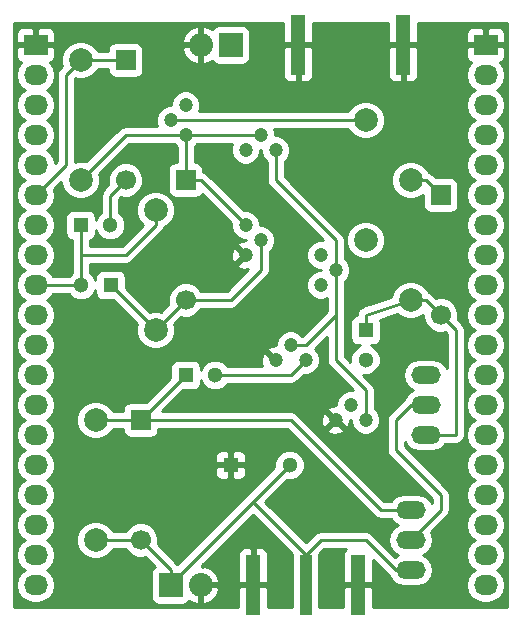
<source format=gbr>
G04 #@! TF.FileFunction,Copper,L1,Top,Signal*
%FSLAX46Y46*%
G04 Gerber Fmt 4.6, Leading zero omitted, Abs format (unit mm)*
G04 Created by KiCad (PCBNEW 4.0.3+e1-6302~38~ubuntu16.04.1-stable) date Tue Aug 16 18:31:39 2016*
%MOMM*%
%LPD*%
G01*
G04 APERTURE LIST*
%ADD10C,0.100000*%
%ADD11R,1.300000X1.300000*%
%ADD12C,1.300000*%
%ADD13C,1.699260*%
%ADD14R,1.699260X1.699260*%
%ADD15R,2.032000X1.727200*%
%ADD16O,2.032000X1.727200*%
%ADD17R,2.032000X2.032000*%
%ADD18O,2.032000X2.032000*%
%ADD19R,1.270000X5.080000*%
%ADD20C,1.200000*%
%ADD21O,2.499360X1.501140*%
%ADD22C,1.998980*%
%ADD23R,1.016000X5.080000*%
%ADD24C,0.250000*%
%ADD25C,0.254000*%
G04 APERTURE END LIST*
D10*
D11*
X48260000Y-101600000D03*
D12*
X45760000Y-101600000D03*
D11*
X54610000Y-109220000D03*
D12*
X57110000Y-109220000D03*
D11*
X58420000Y-116840000D03*
D12*
X63420000Y-116840000D03*
D11*
X69850000Y-105410000D03*
D12*
X69850000Y-107910000D03*
D11*
X45720000Y-96520000D03*
D12*
X48220000Y-96520000D03*
D13*
X54612540Y-102870520D03*
D14*
X54612540Y-92710520D03*
D13*
X49532540Y-92710520D03*
D14*
X49532540Y-82550520D03*
D15*
X41910000Y-81280000D03*
D16*
X41910000Y-83820000D03*
X41910000Y-86360000D03*
X41910000Y-88900000D03*
X41910000Y-91440000D03*
X41910000Y-93980000D03*
X41910000Y-96520000D03*
X41910000Y-99060000D03*
X41910000Y-101600000D03*
X41910000Y-104140000D03*
X41910000Y-106680000D03*
X41910000Y-109220000D03*
X41910000Y-111760000D03*
X41910000Y-114300000D03*
X41910000Y-116840000D03*
X41910000Y-119380000D03*
X41910000Y-121920000D03*
X41910000Y-124460000D03*
X41910000Y-127000000D03*
D17*
X53340000Y-127000000D03*
D18*
X55880000Y-127000000D03*
D15*
X80010000Y-81280000D03*
D16*
X80010000Y-83820000D03*
X80010000Y-86360000D03*
X80010000Y-88900000D03*
X80010000Y-91440000D03*
X80010000Y-93980000D03*
X80010000Y-96520000D03*
X80010000Y-99060000D03*
X80010000Y-101600000D03*
X80010000Y-104140000D03*
X80010000Y-106680000D03*
X80010000Y-109220000D03*
X80010000Y-111760000D03*
X80010000Y-114300000D03*
X80010000Y-116840000D03*
X80010000Y-119380000D03*
X80010000Y-121920000D03*
X80010000Y-124460000D03*
X80010000Y-127000000D03*
D17*
X58420000Y-81280000D03*
D18*
X55880000Y-81280000D03*
D19*
X73025000Y-81280000D03*
X64135000Y-81280000D03*
D20*
X59690000Y-99060000D03*
X60960000Y-97790000D03*
X59690000Y-96520000D03*
X54610000Y-86360000D03*
X53340000Y-87630000D03*
X54610000Y-88900000D03*
X62230000Y-90170000D03*
X60960000Y-88900000D03*
X59690000Y-90170000D03*
X69850000Y-113030000D03*
X68580000Y-111760000D03*
X67310000Y-113030000D03*
X66040000Y-101600000D03*
X67310000Y-100330000D03*
X66040000Y-99060000D03*
X64770000Y-107950000D03*
X63500000Y-106680000D03*
X62230000Y-107950000D03*
D21*
X74930000Y-111760000D03*
X74930000Y-114300000D03*
X74930000Y-109220000D03*
X73660000Y-123190000D03*
X73660000Y-120650000D03*
X73660000Y-125730000D03*
D22*
X45720000Y-82550000D03*
X45720000Y-92710000D03*
X52070000Y-105410000D03*
X52070000Y-95250000D03*
X46990000Y-113030000D03*
X46990000Y-123190000D03*
X73660000Y-92710000D03*
X73660000Y-102870000D03*
X69850000Y-87630000D03*
X69850000Y-97790000D03*
D19*
X60325000Y-127000000D03*
X69215000Y-127000000D03*
D23*
X64770000Y-127000000D03*
D13*
X76202540Y-104140520D03*
D14*
X76202540Y-93980520D03*
D13*
X50802540Y-123190520D03*
D14*
X50802540Y-113030520D03*
D24*
X54612540Y-102870520D02*
X58419480Y-102870520D01*
X60960000Y-100330000D02*
X60960000Y-97790000D01*
X58419480Y-102870520D02*
X60960000Y-100330000D01*
X52070000Y-105410000D02*
X52073060Y-105410000D01*
X52073060Y-105410000D02*
X54612540Y-102870520D01*
X48260000Y-101600000D02*
X52070000Y-105410000D01*
X45760000Y-99060000D02*
X49530000Y-99060000D01*
X52070000Y-96520000D02*
X52070000Y-95250000D01*
X49530000Y-99060000D02*
X52070000Y-96520000D01*
X45760000Y-101600000D02*
X45760000Y-99060000D01*
X45760000Y-99060000D02*
X45760000Y-96560000D01*
X45760000Y-96560000D02*
X45720000Y-96520000D01*
X41910000Y-101600000D02*
X45760000Y-101600000D01*
X50802540Y-113030520D02*
X63500520Y-113030520D01*
X71120000Y-120650000D02*
X73660000Y-120650000D01*
X63500520Y-113030520D02*
X71120000Y-120650000D01*
X50802540Y-113030520D02*
X50802540Y-113027460D01*
X50802540Y-113027460D02*
X54610000Y-109220000D01*
X46990000Y-113030000D02*
X50802020Y-113030000D01*
X50802020Y-113030000D02*
X50802540Y-113030520D01*
X69810000Y-107950000D02*
X69850000Y-107910000D01*
X57110000Y-109220000D02*
X63500000Y-109220000D01*
X63500000Y-109220000D02*
X64770000Y-107950000D01*
X73660000Y-125730000D02*
X72390000Y-125730000D01*
X66040000Y-123190000D02*
X64770000Y-124460000D01*
X69850000Y-123190000D02*
X66040000Y-123190000D01*
X72390000Y-125730000D02*
X69850000Y-123190000D01*
X64770000Y-124460000D02*
X64770000Y-127000000D01*
X64770000Y-127000000D02*
X64770000Y-124460000D01*
X64770000Y-124460000D02*
X60285000Y-119975000D01*
X53340000Y-127000000D02*
X53340000Y-126920000D01*
X53340000Y-126920000D02*
X60285000Y-119975000D01*
X60285000Y-119975000D02*
X63420000Y-116840000D01*
X50802540Y-123190520D02*
X46990520Y-123190520D01*
X46990520Y-123190520D02*
X46990000Y-123190000D01*
X53340000Y-127000000D02*
X53340000Y-125727980D01*
X53340000Y-125727980D02*
X50802540Y-123190520D01*
X76202540Y-104140520D02*
X76202540Y-104142540D01*
X76202540Y-104142540D02*
X77470000Y-105410000D01*
X77470000Y-114300000D02*
X74930000Y-114300000D01*
X77470000Y-105410000D02*
X77470000Y-114300000D01*
X73660000Y-102870000D02*
X74932020Y-102870000D01*
X74932020Y-102870000D02*
X76202540Y-104140520D01*
X69850000Y-105410000D02*
X69850000Y-104140000D01*
X69850000Y-104140000D02*
X73660000Y-102870000D01*
X53340000Y-87630000D02*
X69850000Y-87630000D01*
X48220000Y-96520000D02*
X48220000Y-94023060D01*
X48220000Y-94023060D02*
X49532540Y-92710520D01*
X53342540Y-87632540D02*
X53340000Y-87630000D01*
X54610000Y-88900000D02*
X60960000Y-88900000D01*
X45720000Y-92710000D02*
X49530000Y-88900000D01*
X49530000Y-88900000D02*
X54610000Y-88900000D01*
X54612540Y-92710520D02*
X54612540Y-88902540D01*
X54612540Y-88902540D02*
X54610000Y-88900000D01*
X54612540Y-92710520D02*
X55880520Y-92710520D01*
X55880520Y-92710520D02*
X59690000Y-96520000D01*
X45720000Y-82550000D02*
X49532020Y-82550000D01*
X49532020Y-82550000D02*
X49532540Y-82550520D01*
X41910000Y-93980000D02*
X44450000Y-91440000D01*
X44450000Y-83820000D02*
X45720000Y-82550000D01*
X44450000Y-91440000D02*
X44450000Y-83820000D01*
X73660000Y-92710000D02*
X74932020Y-92710000D01*
X74932020Y-92710000D02*
X76202540Y-93980520D01*
X74930000Y-111760000D02*
X73660000Y-111760000D01*
X73660000Y-111760000D02*
X72390000Y-113030000D01*
X72390000Y-113030000D02*
X72390000Y-115570000D01*
X72390000Y-115570000D02*
X76200000Y-119380000D01*
X76200000Y-119380000D02*
X76200000Y-120650000D01*
X76200000Y-120650000D02*
X73660000Y-123190000D01*
X69850000Y-113030000D02*
X69850000Y-110490000D01*
X67310000Y-107950000D02*
X67310000Y-104140000D01*
X69850000Y-110490000D02*
X67310000Y-107950000D01*
X63500000Y-106680000D02*
X64770000Y-106680000D01*
X67310000Y-104140000D02*
X67310000Y-100330000D01*
X64770000Y-106680000D02*
X67310000Y-104140000D01*
X62230000Y-90170000D02*
X62230000Y-92710000D01*
X67310000Y-97790000D02*
X67310000Y-100330000D01*
X62230000Y-92710000D02*
X67310000Y-97790000D01*
D25*
G36*
X62865000Y-80994250D02*
X63023750Y-81153000D01*
X64008000Y-81153000D01*
X64008000Y-81133000D01*
X64262000Y-81133000D01*
X64262000Y-81153000D01*
X65246250Y-81153000D01*
X65405000Y-80994250D01*
X65405000Y-79450000D01*
X71755000Y-79450000D01*
X71755000Y-80994250D01*
X71913750Y-81153000D01*
X72898000Y-81153000D01*
X72898000Y-81133000D01*
X73152000Y-81133000D01*
X73152000Y-81153000D01*
X74136250Y-81153000D01*
X74295000Y-80994250D01*
X74295000Y-80290091D01*
X78359000Y-80290091D01*
X78359000Y-80994250D01*
X78517750Y-81153000D01*
X79883000Y-81153000D01*
X79883000Y-79940150D01*
X80137000Y-79940150D01*
X80137000Y-81153000D01*
X81502250Y-81153000D01*
X81661000Y-80994250D01*
X81661000Y-80290091D01*
X81564327Y-80056702D01*
X81385699Y-79878073D01*
X81152310Y-79781400D01*
X80295750Y-79781400D01*
X80137000Y-79940150D01*
X79883000Y-79940150D01*
X79724250Y-79781400D01*
X78867690Y-79781400D01*
X78634301Y-79878073D01*
X78455673Y-80056702D01*
X78359000Y-80290091D01*
X74295000Y-80290091D01*
X74295000Y-79450000D01*
X81840000Y-79450000D01*
X81840000Y-128830000D01*
X70485000Y-128830000D01*
X70485000Y-127285750D01*
X70326250Y-127127000D01*
X69342000Y-127127000D01*
X69342000Y-127147000D01*
X69088000Y-127147000D01*
X69088000Y-127127000D01*
X68103750Y-127127000D01*
X67945000Y-127285750D01*
X67945000Y-128830000D01*
X65925440Y-128830000D01*
X65925440Y-124460000D01*
X65912670Y-124392132D01*
X66354802Y-123950000D01*
X68191975Y-123950000D01*
X68041673Y-124100301D01*
X67945000Y-124333690D01*
X67945000Y-126714250D01*
X68103750Y-126873000D01*
X69088000Y-126873000D01*
X69088000Y-126853000D01*
X69342000Y-126853000D01*
X69342000Y-126873000D01*
X70326250Y-126873000D01*
X70485000Y-126714250D01*
X70485000Y-124899802D01*
X71843478Y-126258280D01*
X71843867Y-126260235D01*
X72144221Y-126709746D01*
X72593732Y-127010100D01*
X73123967Y-127115570D01*
X74196033Y-127115570D01*
X74726268Y-127010100D01*
X75175779Y-126709746D01*
X75476133Y-126260235D01*
X75581603Y-125730000D01*
X75476133Y-125199765D01*
X75175779Y-124750254D01*
X74741384Y-124460000D01*
X75175779Y-124169746D01*
X75476133Y-123720235D01*
X75581603Y-123190000D01*
X75476133Y-122659765D01*
X75391580Y-122533222D01*
X76737401Y-121187401D01*
X76902148Y-120940840D01*
X76943092Y-120735000D01*
X76960000Y-120650000D01*
X76960000Y-119380000D01*
X76902148Y-119089161D01*
X76737401Y-118842599D01*
X73150000Y-115255198D01*
X73150000Y-114884312D01*
X73414221Y-115279746D01*
X73863732Y-115580100D01*
X74393967Y-115685570D01*
X75466033Y-115685570D01*
X75996268Y-115580100D01*
X76445779Y-115279746D01*
X76592609Y-115060000D01*
X77470000Y-115060000D01*
X77760839Y-115002148D01*
X78007401Y-114837401D01*
X78172148Y-114590839D01*
X78230000Y-114300000D01*
X78230000Y-105410000D01*
X78172148Y-105119161D01*
X78007401Y-104872599D01*
X77653175Y-104518373D01*
X77686912Y-104437127D01*
X77687428Y-103846504D01*
X77461882Y-103300643D01*
X77044614Y-102882646D01*
X76499147Y-102656148D01*
X75908524Y-102655632D01*
X75826391Y-102689569D01*
X75469421Y-102332599D01*
X75222859Y-102167852D01*
X75130837Y-102149547D01*
X75046462Y-101945345D01*
X74587073Y-101485154D01*
X73986547Y-101235794D01*
X73336306Y-101235226D01*
X72735345Y-101483538D01*
X72275154Y-101942927D01*
X72025794Y-102543453D01*
X72025733Y-102613646D01*
X69609667Y-103419001D01*
X69585943Y-103432525D01*
X69559161Y-103437852D01*
X69457878Y-103505527D01*
X69352047Y-103565855D01*
X69335304Y-103587428D01*
X69312599Y-103602599D01*
X69244921Y-103703887D01*
X69170236Y-103800118D01*
X69163024Y-103826455D01*
X69147852Y-103849161D01*
X69124085Y-103968644D01*
X69091913Y-104086125D01*
X69095328Y-104113215D01*
X69091393Y-104132996D01*
X68964683Y-104156838D01*
X68748559Y-104295910D01*
X68603569Y-104508110D01*
X68552560Y-104760000D01*
X68552560Y-106060000D01*
X68596838Y-106295317D01*
X68735910Y-106511441D01*
X68948110Y-106656431D01*
X69200000Y-106707440D01*
X69395460Y-106707440D01*
X69123057Y-106819995D01*
X68761265Y-107181155D01*
X68565223Y-107653276D01*
X68564807Y-108130005D01*
X68070000Y-107635198D01*
X68070000Y-101316356D01*
X68356371Y-101030485D01*
X68544785Y-100576734D01*
X68545214Y-100085421D01*
X68357592Y-99631343D01*
X68070000Y-99343248D01*
X68070000Y-98113694D01*
X68215226Y-98113694D01*
X68463538Y-98714655D01*
X68922927Y-99174846D01*
X69523453Y-99424206D01*
X70173694Y-99424774D01*
X70774655Y-99176462D01*
X71234846Y-98717073D01*
X71484206Y-98116547D01*
X71484774Y-97466306D01*
X71236462Y-96865345D01*
X70777073Y-96405154D01*
X70176547Y-96155794D01*
X69526306Y-96155226D01*
X68925345Y-96403538D01*
X68465154Y-96862927D01*
X68215794Y-97463453D01*
X68215226Y-98113694D01*
X68070000Y-98113694D01*
X68070000Y-97790000D01*
X68012148Y-97499161D01*
X67847401Y-97252599D01*
X63628496Y-93033694D01*
X72025226Y-93033694D01*
X72273538Y-93634655D01*
X72732927Y-94094846D01*
X73333453Y-94344206D01*
X73983694Y-94344774D01*
X74584655Y-94096462D01*
X74705470Y-93975858D01*
X74705470Y-94830150D01*
X74749748Y-95065467D01*
X74888820Y-95281591D01*
X75101020Y-95426581D01*
X75352910Y-95477590D01*
X77052170Y-95477590D01*
X77287487Y-95433312D01*
X77503611Y-95294240D01*
X77648601Y-95082040D01*
X77699610Y-94830150D01*
X77699610Y-93130890D01*
X77655332Y-92895573D01*
X77516260Y-92679449D01*
X77304060Y-92534459D01*
X77052170Y-92483450D01*
X75780272Y-92483450D01*
X75469421Y-92172599D01*
X75222859Y-92007852D01*
X75130837Y-91989547D01*
X75046462Y-91785345D01*
X74587073Y-91325154D01*
X73986547Y-91075794D01*
X73336306Y-91075226D01*
X72735345Y-91323538D01*
X72275154Y-91782927D01*
X72025794Y-92383453D01*
X72025226Y-93033694D01*
X63628496Y-93033694D01*
X62990000Y-92395198D01*
X62990000Y-91156356D01*
X63276371Y-90870485D01*
X63464785Y-90416734D01*
X63465214Y-89925421D01*
X63277592Y-89471343D01*
X62930485Y-89123629D01*
X62476734Y-88935215D01*
X62194970Y-88934969D01*
X62195214Y-88655421D01*
X62085544Y-88390000D01*
X68395504Y-88390000D01*
X68463538Y-88554655D01*
X68922927Y-89014846D01*
X69523453Y-89264206D01*
X70173694Y-89264774D01*
X70774655Y-89016462D01*
X71234846Y-88557073D01*
X71484206Y-87956547D01*
X71484774Y-87306306D01*
X71236462Y-86705345D01*
X70777073Y-86245154D01*
X70176547Y-85995794D01*
X69526306Y-85995226D01*
X68925345Y-86243538D01*
X68465154Y-86702927D01*
X68395779Y-86870000D01*
X55735467Y-86870000D01*
X55844785Y-86606734D01*
X55845214Y-86115421D01*
X55657592Y-85661343D01*
X55310485Y-85313629D01*
X54856734Y-85125215D01*
X54365421Y-85124786D01*
X53911343Y-85312408D01*
X53563629Y-85659515D01*
X53375215Y-86113266D01*
X53374969Y-86395030D01*
X53095421Y-86394786D01*
X52641343Y-86582408D01*
X52293629Y-86929515D01*
X52105215Y-87383266D01*
X52104786Y-87874579D01*
X52214456Y-88140000D01*
X49530000Y-88140000D01*
X49239161Y-88197852D01*
X48992599Y-88362599D01*
X46211083Y-91144115D01*
X46046547Y-91075794D01*
X45396306Y-91075226D01*
X45210000Y-91152206D01*
X45210000Y-84134802D01*
X45228917Y-84115885D01*
X45393453Y-84184206D01*
X46043694Y-84184774D01*
X46644655Y-83936462D01*
X47104846Y-83477073D01*
X47174221Y-83310000D01*
X48035470Y-83310000D01*
X48035470Y-83400150D01*
X48079748Y-83635467D01*
X48218820Y-83851591D01*
X48431020Y-83996581D01*
X48682910Y-84047590D01*
X50382170Y-84047590D01*
X50617487Y-84003312D01*
X50833611Y-83864240D01*
X50978601Y-83652040D01*
X51029610Y-83400150D01*
X51029610Y-81700890D01*
X51022470Y-81662944D01*
X54274025Y-81662944D01*
X54473615Y-82144818D01*
X54911621Y-82617188D01*
X55497054Y-82885983D01*
X55753000Y-82767367D01*
X55753000Y-81407000D01*
X54393164Y-81407000D01*
X54274025Y-81662944D01*
X51022470Y-81662944D01*
X50985332Y-81465573D01*
X50846260Y-81249449D01*
X50634060Y-81104459D01*
X50382170Y-81053450D01*
X48682910Y-81053450D01*
X48447593Y-81097728D01*
X48231469Y-81236800D01*
X48086479Y-81449000D01*
X48035470Y-81700890D01*
X48035470Y-81790000D01*
X47174496Y-81790000D01*
X47106462Y-81625345D01*
X46647073Y-81165154D01*
X46046547Y-80915794D01*
X45396306Y-80915226D01*
X44795345Y-81163538D01*
X44335154Y-81622927D01*
X44085794Y-82223453D01*
X44085226Y-82873694D01*
X44154309Y-83040889D01*
X43912599Y-83282599D01*
X43747852Y-83529161D01*
X43690000Y-83820000D01*
X43690000Y-91125198D01*
X43557152Y-91258046D01*
X43479271Y-90866511D01*
X43154415Y-90380330D01*
X42839634Y-90170000D01*
X43154415Y-89959670D01*
X43479271Y-89473489D01*
X43593345Y-88900000D01*
X43479271Y-88326511D01*
X43154415Y-87840330D01*
X42839634Y-87630000D01*
X43154415Y-87419670D01*
X43479271Y-86933489D01*
X43593345Y-86360000D01*
X43479271Y-85786511D01*
X43154415Y-85300330D01*
X42839634Y-85090000D01*
X43154415Y-84879670D01*
X43479271Y-84393489D01*
X43593345Y-83820000D01*
X43479271Y-83246511D01*
X43154415Y-82760330D01*
X43132220Y-82745500D01*
X43285699Y-82681927D01*
X43464327Y-82503298D01*
X43561000Y-82269909D01*
X43561000Y-81565750D01*
X43402250Y-81407000D01*
X42037000Y-81407000D01*
X42037000Y-81427000D01*
X41783000Y-81427000D01*
X41783000Y-81407000D01*
X40417750Y-81407000D01*
X40259000Y-81565750D01*
X40259000Y-82269909D01*
X40355673Y-82503298D01*
X40534301Y-82681927D01*
X40687780Y-82745500D01*
X40665585Y-82760330D01*
X40340729Y-83246511D01*
X40226655Y-83820000D01*
X40340729Y-84393489D01*
X40665585Y-84879670D01*
X40980366Y-85090000D01*
X40665585Y-85300330D01*
X40340729Y-85786511D01*
X40226655Y-86360000D01*
X40340729Y-86933489D01*
X40665585Y-87419670D01*
X40980366Y-87630000D01*
X40665585Y-87840330D01*
X40340729Y-88326511D01*
X40226655Y-88900000D01*
X40340729Y-89473489D01*
X40665585Y-89959670D01*
X40980366Y-90170000D01*
X40665585Y-90380330D01*
X40340729Y-90866511D01*
X40226655Y-91440000D01*
X40340729Y-92013489D01*
X40665585Y-92499670D01*
X40980366Y-92710000D01*
X40665585Y-92920330D01*
X40340729Y-93406511D01*
X40226655Y-93980000D01*
X40340729Y-94553489D01*
X40665585Y-95039670D01*
X40980366Y-95250000D01*
X40665585Y-95460330D01*
X40340729Y-95946511D01*
X40226655Y-96520000D01*
X40340729Y-97093489D01*
X40665585Y-97579670D01*
X40980366Y-97790000D01*
X40665585Y-98000330D01*
X40340729Y-98486511D01*
X40226655Y-99060000D01*
X40340729Y-99633489D01*
X40665585Y-100119670D01*
X40980366Y-100330000D01*
X40665585Y-100540330D01*
X40340729Y-101026511D01*
X40226655Y-101600000D01*
X40340729Y-102173489D01*
X40665585Y-102659670D01*
X40980366Y-102870000D01*
X40665585Y-103080330D01*
X40340729Y-103566511D01*
X40226655Y-104140000D01*
X40340729Y-104713489D01*
X40665585Y-105199670D01*
X40980366Y-105410000D01*
X40665585Y-105620330D01*
X40340729Y-106106511D01*
X40226655Y-106680000D01*
X40340729Y-107253489D01*
X40665585Y-107739670D01*
X40980366Y-107950000D01*
X40665585Y-108160330D01*
X40340729Y-108646511D01*
X40226655Y-109220000D01*
X40340729Y-109793489D01*
X40665585Y-110279670D01*
X40980366Y-110490000D01*
X40665585Y-110700330D01*
X40340729Y-111186511D01*
X40226655Y-111760000D01*
X40340729Y-112333489D01*
X40665585Y-112819670D01*
X40980366Y-113030000D01*
X40665585Y-113240330D01*
X40340729Y-113726511D01*
X40226655Y-114300000D01*
X40340729Y-114873489D01*
X40665585Y-115359670D01*
X40980366Y-115570000D01*
X40665585Y-115780330D01*
X40340729Y-116266511D01*
X40226655Y-116840000D01*
X40340729Y-117413489D01*
X40665585Y-117899670D01*
X40980366Y-118110000D01*
X40665585Y-118320330D01*
X40340729Y-118806511D01*
X40226655Y-119380000D01*
X40340729Y-119953489D01*
X40665585Y-120439670D01*
X40980366Y-120650000D01*
X40665585Y-120860330D01*
X40340729Y-121346511D01*
X40226655Y-121920000D01*
X40340729Y-122493489D01*
X40665585Y-122979670D01*
X40980366Y-123190000D01*
X40665585Y-123400330D01*
X40340729Y-123886511D01*
X40226655Y-124460000D01*
X40340729Y-125033489D01*
X40665585Y-125519670D01*
X40980366Y-125730000D01*
X40665585Y-125940330D01*
X40340729Y-126426511D01*
X40226655Y-127000000D01*
X40340729Y-127573489D01*
X40665585Y-128059670D01*
X41151766Y-128384526D01*
X41725255Y-128498600D01*
X42094745Y-128498600D01*
X42668234Y-128384526D01*
X43154415Y-128059670D01*
X43479271Y-127573489D01*
X43593345Y-127000000D01*
X43479271Y-126426511D01*
X43154415Y-125940330D01*
X42839634Y-125730000D01*
X43154415Y-125519670D01*
X43479271Y-125033489D01*
X43593345Y-124460000D01*
X43479271Y-123886511D01*
X43154415Y-123400330D01*
X42839634Y-123190000D01*
X43154415Y-122979670D01*
X43479271Y-122493489D01*
X43593345Y-121920000D01*
X43479271Y-121346511D01*
X43154415Y-120860330D01*
X42839634Y-120650000D01*
X43154415Y-120439670D01*
X43479271Y-119953489D01*
X43593345Y-119380000D01*
X43479271Y-118806511D01*
X43154415Y-118320330D01*
X42839634Y-118110000D01*
X43154415Y-117899670D01*
X43479271Y-117413489D01*
X43536505Y-117125750D01*
X57135000Y-117125750D01*
X57135000Y-117616310D01*
X57231673Y-117849699D01*
X57410302Y-118028327D01*
X57643691Y-118125000D01*
X58134250Y-118125000D01*
X58293000Y-117966250D01*
X58293000Y-116967000D01*
X58547000Y-116967000D01*
X58547000Y-117966250D01*
X58705750Y-118125000D01*
X59196309Y-118125000D01*
X59429698Y-118028327D01*
X59608327Y-117849699D01*
X59705000Y-117616310D01*
X59705000Y-117125750D01*
X59546250Y-116967000D01*
X58547000Y-116967000D01*
X58293000Y-116967000D01*
X57293750Y-116967000D01*
X57135000Y-117125750D01*
X43536505Y-117125750D01*
X43593345Y-116840000D01*
X43479271Y-116266511D01*
X43343751Y-116063690D01*
X57135000Y-116063690D01*
X57135000Y-116554250D01*
X57293750Y-116713000D01*
X58293000Y-116713000D01*
X58293000Y-115713750D01*
X58547000Y-115713750D01*
X58547000Y-116713000D01*
X59546250Y-116713000D01*
X59705000Y-116554250D01*
X59705000Y-116063690D01*
X59608327Y-115830301D01*
X59429698Y-115651673D01*
X59196309Y-115555000D01*
X58705750Y-115555000D01*
X58547000Y-115713750D01*
X58293000Y-115713750D01*
X58134250Y-115555000D01*
X57643691Y-115555000D01*
X57410302Y-115651673D01*
X57231673Y-115830301D01*
X57135000Y-116063690D01*
X43343751Y-116063690D01*
X43154415Y-115780330D01*
X42839634Y-115570000D01*
X43154415Y-115359670D01*
X43479271Y-114873489D01*
X43593345Y-114300000D01*
X43479271Y-113726511D01*
X43154415Y-113240330D01*
X42839634Y-113030000D01*
X43154415Y-112819670D01*
X43479271Y-112333489D01*
X43593345Y-111760000D01*
X43479271Y-111186511D01*
X43154415Y-110700330D01*
X42839634Y-110490000D01*
X43154415Y-110279670D01*
X43479271Y-109793489D01*
X43593345Y-109220000D01*
X43479271Y-108646511D01*
X43154415Y-108160330D01*
X42839634Y-107950000D01*
X43154415Y-107739670D01*
X43479271Y-107253489D01*
X43593345Y-106680000D01*
X43479271Y-106106511D01*
X43154415Y-105620330D01*
X42839634Y-105410000D01*
X43154415Y-105199670D01*
X43479271Y-104713489D01*
X43593345Y-104140000D01*
X43479271Y-103566511D01*
X43154415Y-103080330D01*
X42839634Y-102870000D01*
X43154415Y-102659670D01*
X43354648Y-102360000D01*
X44702994Y-102360000D01*
X45031155Y-102688735D01*
X45503276Y-102884777D01*
X46014481Y-102885223D01*
X46486943Y-102690005D01*
X46848735Y-102328845D01*
X46962560Y-102054724D01*
X46962560Y-102250000D01*
X47006838Y-102485317D01*
X47145910Y-102701441D01*
X47358110Y-102846431D01*
X47610000Y-102897440D01*
X48482638Y-102897440D01*
X50504115Y-104918917D01*
X50435794Y-105083453D01*
X50435226Y-105733694D01*
X50683538Y-106334655D01*
X51142927Y-106794846D01*
X51743453Y-107044206D01*
X52393694Y-107044774D01*
X52994655Y-106796462D01*
X53454846Y-106337073D01*
X53704206Y-105736547D01*
X53704774Y-105086306D01*
X53636585Y-104921277D01*
X54236114Y-104321748D01*
X54315933Y-104354892D01*
X54906556Y-104355408D01*
X55452417Y-104129862D01*
X55870414Y-103712594D01*
X55904494Y-103630520D01*
X58419480Y-103630520D01*
X58710319Y-103572668D01*
X58956881Y-103407921D01*
X61497401Y-100867401D01*
X61662148Y-100620839D01*
X61720000Y-100330000D01*
X61720000Y-98776356D01*
X62006371Y-98490485D01*
X62194785Y-98036734D01*
X62195214Y-97545421D01*
X62007592Y-97091343D01*
X61660485Y-96743629D01*
X61206734Y-96555215D01*
X60924970Y-96554969D01*
X60925214Y-96275421D01*
X60737592Y-95821343D01*
X60390485Y-95473629D01*
X59936734Y-95285215D01*
X59529662Y-95284860D01*
X56417921Y-92173119D01*
X56171359Y-92008372D01*
X56109610Y-91996089D01*
X56109610Y-91860890D01*
X56065332Y-91625573D01*
X55926260Y-91409449D01*
X55714060Y-91264459D01*
X55462170Y-91213450D01*
X55372540Y-91213450D01*
X55372540Y-89883821D01*
X55596752Y-89660000D01*
X58564533Y-89660000D01*
X58455215Y-89923266D01*
X58454786Y-90414579D01*
X58642408Y-90868657D01*
X58989515Y-91216371D01*
X59443266Y-91404785D01*
X59934579Y-91405214D01*
X60388657Y-91217592D01*
X60736371Y-90870485D01*
X60924785Y-90416734D01*
X60925031Y-90134970D01*
X60995030Y-90135031D01*
X60994786Y-90414579D01*
X61182408Y-90868657D01*
X61470000Y-91156752D01*
X61470000Y-92710000D01*
X61527852Y-93000839D01*
X61692599Y-93247401D01*
X66270399Y-97825201D01*
X65795421Y-97824786D01*
X65341343Y-98012408D01*
X64993629Y-98359515D01*
X64805215Y-98813266D01*
X64804786Y-99304579D01*
X64992408Y-99758657D01*
X65339515Y-100106371D01*
X65793266Y-100294785D01*
X66075030Y-100295031D01*
X66074969Y-100365030D01*
X65795421Y-100364786D01*
X65341343Y-100552408D01*
X64993629Y-100899515D01*
X64805215Y-101353266D01*
X64804786Y-101844579D01*
X64992408Y-102298657D01*
X65339515Y-102646371D01*
X65793266Y-102834785D01*
X66284579Y-102835214D01*
X66550000Y-102725544D01*
X66550000Y-103825198D01*
X64470791Y-105904407D01*
X64200485Y-105633629D01*
X63746734Y-105445215D01*
X63255421Y-105444786D01*
X62801343Y-105632408D01*
X62453629Y-105979515D01*
X62265215Y-106433266D01*
X62264973Y-106710479D01*
X61908587Y-106732518D01*
X61596383Y-106861836D01*
X61546870Y-107087265D01*
X62230000Y-107770395D01*
X62244143Y-107756253D01*
X62423748Y-107935858D01*
X62409605Y-107950000D01*
X62423748Y-107964143D01*
X62244143Y-108143748D01*
X62230000Y-108129605D01*
X62215858Y-108143748D01*
X62036253Y-107964143D01*
X62050395Y-107950000D01*
X61367265Y-107266870D01*
X61141836Y-107316383D01*
X60982193Y-107781036D01*
X61012518Y-108271413D01*
X61090633Y-108460000D01*
X58167006Y-108460000D01*
X57838845Y-108131265D01*
X57366724Y-107935223D01*
X56855519Y-107934777D01*
X56383057Y-108129995D01*
X56021265Y-108491155D01*
X55907440Y-108765276D01*
X55907440Y-108570000D01*
X55863162Y-108334683D01*
X55724090Y-108118559D01*
X55511890Y-107973569D01*
X55260000Y-107922560D01*
X53960000Y-107922560D01*
X53724683Y-107966838D01*
X53508559Y-108105910D01*
X53363569Y-108318110D01*
X53312560Y-108570000D01*
X53312560Y-109442638D01*
X51221748Y-111533450D01*
X49952910Y-111533450D01*
X49717593Y-111577728D01*
X49501469Y-111716800D01*
X49356479Y-111929000D01*
X49305470Y-112180890D01*
X49305470Y-112270000D01*
X48444496Y-112270000D01*
X48376462Y-112105345D01*
X47917073Y-111645154D01*
X47316547Y-111395794D01*
X46666306Y-111395226D01*
X46065345Y-111643538D01*
X45605154Y-112102927D01*
X45355794Y-112703453D01*
X45355226Y-113353694D01*
X45603538Y-113954655D01*
X46062927Y-114414846D01*
X46663453Y-114664206D01*
X47313694Y-114664774D01*
X47914655Y-114416462D01*
X48374846Y-113957073D01*
X48444221Y-113790000D01*
X49305470Y-113790000D01*
X49305470Y-113880150D01*
X49349748Y-114115467D01*
X49488820Y-114331591D01*
X49701020Y-114476581D01*
X49952910Y-114527590D01*
X51652170Y-114527590D01*
X51887487Y-114483312D01*
X52103611Y-114344240D01*
X52248601Y-114132040D01*
X52299610Y-113880150D01*
X52299610Y-113790520D01*
X63185718Y-113790520D01*
X70582599Y-121187401D01*
X70829161Y-121352148D01*
X71120000Y-121410000D01*
X71997391Y-121410000D01*
X72144221Y-121629746D01*
X72578616Y-121920000D01*
X72144221Y-122210254D01*
X71843867Y-122659765D01*
X71738397Y-123190000D01*
X71843867Y-123720235D01*
X72144221Y-124169746D01*
X72578616Y-124460000D01*
X72348537Y-124613735D01*
X70387401Y-122652599D01*
X70140839Y-122487852D01*
X69850000Y-122430000D01*
X66040000Y-122430000D01*
X65749160Y-122487852D01*
X65502599Y-122652599D01*
X64770000Y-123385198D01*
X61359802Y-119975000D01*
X63209984Y-118124818D01*
X63674481Y-118125223D01*
X64146943Y-117930005D01*
X64508735Y-117568845D01*
X64704777Y-117096724D01*
X64705223Y-116585519D01*
X64510005Y-116113057D01*
X64148845Y-115751265D01*
X63676724Y-115555223D01*
X63165519Y-115554777D01*
X62693057Y-115749995D01*
X62331265Y-116111155D01*
X62135223Y-116583276D01*
X62134815Y-117050383D01*
X53924352Y-125260846D01*
X53877401Y-125190579D01*
X52253768Y-123566946D01*
X52286912Y-123487127D01*
X52287428Y-122896504D01*
X52061882Y-122350643D01*
X51644614Y-121932646D01*
X51099147Y-121706148D01*
X50508524Y-121705632D01*
X49962663Y-121931178D01*
X49544666Y-122348446D01*
X49510586Y-122430520D01*
X48444711Y-122430520D01*
X48376462Y-122265345D01*
X47917073Y-121805154D01*
X47316547Y-121555794D01*
X46666306Y-121555226D01*
X46065345Y-121803538D01*
X45605154Y-122262927D01*
X45355794Y-122863453D01*
X45355226Y-123513694D01*
X45603538Y-124114655D01*
X46062927Y-124574846D01*
X46663453Y-124824206D01*
X47313694Y-124824774D01*
X47914655Y-124576462D01*
X48374846Y-124117073D01*
X48444005Y-123950520D01*
X49510193Y-123950520D01*
X49543198Y-124030397D01*
X49960466Y-124448394D01*
X50505933Y-124674892D01*
X51096556Y-124675408D01*
X51178689Y-124641471D01*
X51984863Y-125447645D01*
X51872559Y-125519910D01*
X51727569Y-125732110D01*
X51676560Y-125984000D01*
X51676560Y-128016000D01*
X51720838Y-128251317D01*
X51859910Y-128467441D01*
X52072110Y-128612431D01*
X52324000Y-128663440D01*
X54356000Y-128663440D01*
X54591317Y-128619162D01*
X54807441Y-128480090D01*
X54907856Y-128333128D01*
X54911621Y-128337188D01*
X55497054Y-128605983D01*
X55753000Y-128487367D01*
X55753000Y-127127000D01*
X56007000Y-127127000D01*
X56007000Y-128487367D01*
X56262946Y-128605983D01*
X56848379Y-128337188D01*
X57286385Y-127864818D01*
X57485975Y-127382944D01*
X57366836Y-127127000D01*
X56007000Y-127127000D01*
X55753000Y-127127000D01*
X55733000Y-127127000D01*
X55733000Y-126873000D01*
X55753000Y-126873000D01*
X55753000Y-126853000D01*
X56007000Y-126853000D01*
X56007000Y-126873000D01*
X57366836Y-126873000D01*
X57485975Y-126617056D01*
X57286385Y-126135182D01*
X56848379Y-125662812D01*
X56262946Y-125394017D01*
X56007002Y-125512632D01*
X56007002Y-125349000D01*
X55985802Y-125349000D01*
X57001112Y-124333690D01*
X59055000Y-124333690D01*
X59055000Y-126714250D01*
X59213750Y-126873000D01*
X60198000Y-126873000D01*
X60198000Y-123983750D01*
X60452000Y-123983750D01*
X60452000Y-126873000D01*
X61436250Y-126873000D01*
X61595000Y-126714250D01*
X61595000Y-124333690D01*
X61498327Y-124100301D01*
X61319698Y-123921673D01*
X61086309Y-123825000D01*
X60610750Y-123825000D01*
X60452000Y-123983750D01*
X60198000Y-123983750D01*
X60039250Y-123825000D01*
X59563691Y-123825000D01*
X59330302Y-123921673D01*
X59151673Y-124100301D01*
X59055000Y-124333690D01*
X57001112Y-124333690D01*
X60285000Y-121049802D01*
X63628140Y-124392942D01*
X63614560Y-124460000D01*
X63614560Y-128830000D01*
X61595000Y-128830000D01*
X61595000Y-127285750D01*
X61436250Y-127127000D01*
X60452000Y-127127000D01*
X60452000Y-127147000D01*
X60198000Y-127147000D01*
X60198000Y-127127000D01*
X59213750Y-127127000D01*
X59055000Y-127285750D01*
X59055000Y-128830000D01*
X40080000Y-128830000D01*
X40080000Y-80290091D01*
X40259000Y-80290091D01*
X40259000Y-80994250D01*
X40417750Y-81153000D01*
X41783000Y-81153000D01*
X41783000Y-79940150D01*
X42037000Y-79940150D01*
X42037000Y-81153000D01*
X43402250Y-81153000D01*
X43561000Y-80994250D01*
X43561000Y-80897056D01*
X54274025Y-80897056D01*
X54393164Y-81153000D01*
X55753000Y-81153000D01*
X55753000Y-79792633D01*
X56007000Y-79792633D01*
X56007000Y-81153000D01*
X56027000Y-81153000D01*
X56027000Y-81407000D01*
X56007000Y-81407000D01*
X56007000Y-82767367D01*
X56262946Y-82885983D01*
X56848379Y-82617188D01*
X56852934Y-82612276D01*
X56939910Y-82747441D01*
X57152110Y-82892431D01*
X57404000Y-82943440D01*
X59436000Y-82943440D01*
X59671317Y-82899162D01*
X59887441Y-82760090D01*
X60032431Y-82547890D01*
X60083440Y-82296000D01*
X60083440Y-81565750D01*
X62865000Y-81565750D01*
X62865000Y-83946310D01*
X62961673Y-84179699D01*
X63140302Y-84358327D01*
X63373691Y-84455000D01*
X63849250Y-84455000D01*
X64008000Y-84296250D01*
X64008000Y-81407000D01*
X64262000Y-81407000D01*
X64262000Y-84296250D01*
X64420750Y-84455000D01*
X64896309Y-84455000D01*
X65129698Y-84358327D01*
X65308327Y-84179699D01*
X65405000Y-83946310D01*
X65405000Y-81565750D01*
X71755000Y-81565750D01*
X71755000Y-83946310D01*
X71851673Y-84179699D01*
X72030302Y-84358327D01*
X72263691Y-84455000D01*
X72739250Y-84455000D01*
X72898000Y-84296250D01*
X72898000Y-81407000D01*
X73152000Y-81407000D01*
X73152000Y-84296250D01*
X73310750Y-84455000D01*
X73786309Y-84455000D01*
X74019698Y-84358327D01*
X74198327Y-84179699D01*
X74295000Y-83946310D01*
X74295000Y-83820000D01*
X78326655Y-83820000D01*
X78440729Y-84393489D01*
X78765585Y-84879670D01*
X79080366Y-85090000D01*
X78765585Y-85300330D01*
X78440729Y-85786511D01*
X78326655Y-86360000D01*
X78440729Y-86933489D01*
X78765585Y-87419670D01*
X79080366Y-87630000D01*
X78765585Y-87840330D01*
X78440729Y-88326511D01*
X78326655Y-88900000D01*
X78440729Y-89473489D01*
X78765585Y-89959670D01*
X79080366Y-90170000D01*
X78765585Y-90380330D01*
X78440729Y-90866511D01*
X78326655Y-91440000D01*
X78440729Y-92013489D01*
X78765585Y-92499670D01*
X79080366Y-92710000D01*
X78765585Y-92920330D01*
X78440729Y-93406511D01*
X78326655Y-93980000D01*
X78440729Y-94553489D01*
X78765585Y-95039670D01*
X79080366Y-95250000D01*
X78765585Y-95460330D01*
X78440729Y-95946511D01*
X78326655Y-96520000D01*
X78440729Y-97093489D01*
X78765585Y-97579670D01*
X79080366Y-97790000D01*
X78765585Y-98000330D01*
X78440729Y-98486511D01*
X78326655Y-99060000D01*
X78440729Y-99633489D01*
X78765585Y-100119670D01*
X79080366Y-100330000D01*
X78765585Y-100540330D01*
X78440729Y-101026511D01*
X78326655Y-101600000D01*
X78440729Y-102173489D01*
X78765585Y-102659670D01*
X79080366Y-102870000D01*
X78765585Y-103080330D01*
X78440729Y-103566511D01*
X78326655Y-104140000D01*
X78440729Y-104713489D01*
X78765585Y-105199670D01*
X79080366Y-105410000D01*
X78765585Y-105620330D01*
X78440729Y-106106511D01*
X78326655Y-106680000D01*
X78440729Y-107253489D01*
X78765585Y-107739670D01*
X79080366Y-107950000D01*
X78765585Y-108160330D01*
X78440729Y-108646511D01*
X78326655Y-109220000D01*
X78440729Y-109793489D01*
X78765585Y-110279670D01*
X79080366Y-110490000D01*
X78765585Y-110700330D01*
X78440729Y-111186511D01*
X78326655Y-111760000D01*
X78440729Y-112333489D01*
X78765585Y-112819670D01*
X79080366Y-113030000D01*
X78765585Y-113240330D01*
X78440729Y-113726511D01*
X78326655Y-114300000D01*
X78440729Y-114873489D01*
X78765585Y-115359670D01*
X79080366Y-115570000D01*
X78765585Y-115780330D01*
X78440729Y-116266511D01*
X78326655Y-116840000D01*
X78440729Y-117413489D01*
X78765585Y-117899670D01*
X79080366Y-118110000D01*
X78765585Y-118320330D01*
X78440729Y-118806511D01*
X78326655Y-119380000D01*
X78440729Y-119953489D01*
X78765585Y-120439670D01*
X79080366Y-120650000D01*
X78765585Y-120860330D01*
X78440729Y-121346511D01*
X78326655Y-121920000D01*
X78440729Y-122493489D01*
X78765585Y-122979670D01*
X79080366Y-123190000D01*
X78765585Y-123400330D01*
X78440729Y-123886511D01*
X78326655Y-124460000D01*
X78440729Y-125033489D01*
X78765585Y-125519670D01*
X79080366Y-125730000D01*
X78765585Y-125940330D01*
X78440729Y-126426511D01*
X78326655Y-127000000D01*
X78440729Y-127573489D01*
X78765585Y-128059670D01*
X79251766Y-128384526D01*
X79825255Y-128498600D01*
X80194745Y-128498600D01*
X80768234Y-128384526D01*
X81254415Y-128059670D01*
X81579271Y-127573489D01*
X81693345Y-127000000D01*
X81579271Y-126426511D01*
X81254415Y-125940330D01*
X80939634Y-125730000D01*
X81254415Y-125519670D01*
X81579271Y-125033489D01*
X81693345Y-124460000D01*
X81579271Y-123886511D01*
X81254415Y-123400330D01*
X80939634Y-123190000D01*
X81254415Y-122979670D01*
X81579271Y-122493489D01*
X81693345Y-121920000D01*
X81579271Y-121346511D01*
X81254415Y-120860330D01*
X80939634Y-120650000D01*
X81254415Y-120439670D01*
X81579271Y-119953489D01*
X81693345Y-119380000D01*
X81579271Y-118806511D01*
X81254415Y-118320330D01*
X80939634Y-118110000D01*
X81254415Y-117899670D01*
X81579271Y-117413489D01*
X81693345Y-116840000D01*
X81579271Y-116266511D01*
X81254415Y-115780330D01*
X80939634Y-115570000D01*
X81254415Y-115359670D01*
X81579271Y-114873489D01*
X81693345Y-114300000D01*
X81579271Y-113726511D01*
X81254415Y-113240330D01*
X80939634Y-113030000D01*
X81254415Y-112819670D01*
X81579271Y-112333489D01*
X81693345Y-111760000D01*
X81579271Y-111186511D01*
X81254415Y-110700330D01*
X80939634Y-110490000D01*
X81254415Y-110279670D01*
X81579271Y-109793489D01*
X81693345Y-109220000D01*
X81579271Y-108646511D01*
X81254415Y-108160330D01*
X80939634Y-107950000D01*
X81254415Y-107739670D01*
X81579271Y-107253489D01*
X81693345Y-106680000D01*
X81579271Y-106106511D01*
X81254415Y-105620330D01*
X80939634Y-105410000D01*
X81254415Y-105199670D01*
X81579271Y-104713489D01*
X81693345Y-104140000D01*
X81579271Y-103566511D01*
X81254415Y-103080330D01*
X80939634Y-102870000D01*
X81254415Y-102659670D01*
X81579271Y-102173489D01*
X81693345Y-101600000D01*
X81579271Y-101026511D01*
X81254415Y-100540330D01*
X80939634Y-100330000D01*
X81254415Y-100119670D01*
X81579271Y-99633489D01*
X81693345Y-99060000D01*
X81579271Y-98486511D01*
X81254415Y-98000330D01*
X80939634Y-97790000D01*
X81254415Y-97579670D01*
X81579271Y-97093489D01*
X81693345Y-96520000D01*
X81579271Y-95946511D01*
X81254415Y-95460330D01*
X80939634Y-95250000D01*
X81254415Y-95039670D01*
X81579271Y-94553489D01*
X81693345Y-93980000D01*
X81579271Y-93406511D01*
X81254415Y-92920330D01*
X80939634Y-92710000D01*
X81254415Y-92499670D01*
X81579271Y-92013489D01*
X81693345Y-91440000D01*
X81579271Y-90866511D01*
X81254415Y-90380330D01*
X80939634Y-90170000D01*
X81254415Y-89959670D01*
X81579271Y-89473489D01*
X81693345Y-88900000D01*
X81579271Y-88326511D01*
X81254415Y-87840330D01*
X80939634Y-87630000D01*
X81254415Y-87419670D01*
X81579271Y-86933489D01*
X81693345Y-86360000D01*
X81579271Y-85786511D01*
X81254415Y-85300330D01*
X80939634Y-85090000D01*
X81254415Y-84879670D01*
X81579271Y-84393489D01*
X81693345Y-83820000D01*
X81579271Y-83246511D01*
X81254415Y-82760330D01*
X81232220Y-82745500D01*
X81385699Y-82681927D01*
X81564327Y-82503298D01*
X81661000Y-82269909D01*
X81661000Y-81565750D01*
X81502250Y-81407000D01*
X80137000Y-81407000D01*
X80137000Y-81427000D01*
X79883000Y-81427000D01*
X79883000Y-81407000D01*
X78517750Y-81407000D01*
X78359000Y-81565750D01*
X78359000Y-82269909D01*
X78455673Y-82503298D01*
X78634301Y-82681927D01*
X78787780Y-82745500D01*
X78765585Y-82760330D01*
X78440729Y-83246511D01*
X78326655Y-83820000D01*
X74295000Y-83820000D01*
X74295000Y-81565750D01*
X74136250Y-81407000D01*
X73152000Y-81407000D01*
X72898000Y-81407000D01*
X71913750Y-81407000D01*
X71755000Y-81565750D01*
X65405000Y-81565750D01*
X65246250Y-81407000D01*
X64262000Y-81407000D01*
X64008000Y-81407000D01*
X63023750Y-81407000D01*
X62865000Y-81565750D01*
X60083440Y-81565750D01*
X60083440Y-80264000D01*
X60039162Y-80028683D01*
X59900090Y-79812559D01*
X59687890Y-79667569D01*
X59436000Y-79616560D01*
X57404000Y-79616560D01*
X57168683Y-79660838D01*
X56952559Y-79799910D01*
X56852144Y-79946872D01*
X56848379Y-79942812D01*
X56262946Y-79674017D01*
X56007000Y-79792633D01*
X55753000Y-79792633D01*
X55497054Y-79674017D01*
X54911621Y-79942812D01*
X54473615Y-80415182D01*
X54274025Y-80897056D01*
X43561000Y-80897056D01*
X43561000Y-80290091D01*
X43464327Y-80056702D01*
X43285699Y-79878073D01*
X43052310Y-79781400D01*
X42195750Y-79781400D01*
X42037000Y-79940150D01*
X41783000Y-79940150D01*
X41624250Y-79781400D01*
X40767690Y-79781400D01*
X40534301Y-79878073D01*
X40355673Y-80056702D01*
X40259000Y-80290091D01*
X40080000Y-80290091D01*
X40080000Y-79450000D01*
X62865000Y-79450000D01*
X62865000Y-80994250D01*
X62865000Y-80994250D01*
G37*
X62865000Y-80994250D02*
X63023750Y-81153000D01*
X64008000Y-81153000D01*
X64008000Y-81133000D01*
X64262000Y-81133000D01*
X64262000Y-81153000D01*
X65246250Y-81153000D01*
X65405000Y-80994250D01*
X65405000Y-79450000D01*
X71755000Y-79450000D01*
X71755000Y-80994250D01*
X71913750Y-81153000D01*
X72898000Y-81153000D01*
X72898000Y-81133000D01*
X73152000Y-81133000D01*
X73152000Y-81153000D01*
X74136250Y-81153000D01*
X74295000Y-80994250D01*
X74295000Y-80290091D01*
X78359000Y-80290091D01*
X78359000Y-80994250D01*
X78517750Y-81153000D01*
X79883000Y-81153000D01*
X79883000Y-79940150D01*
X80137000Y-79940150D01*
X80137000Y-81153000D01*
X81502250Y-81153000D01*
X81661000Y-80994250D01*
X81661000Y-80290091D01*
X81564327Y-80056702D01*
X81385699Y-79878073D01*
X81152310Y-79781400D01*
X80295750Y-79781400D01*
X80137000Y-79940150D01*
X79883000Y-79940150D01*
X79724250Y-79781400D01*
X78867690Y-79781400D01*
X78634301Y-79878073D01*
X78455673Y-80056702D01*
X78359000Y-80290091D01*
X74295000Y-80290091D01*
X74295000Y-79450000D01*
X81840000Y-79450000D01*
X81840000Y-128830000D01*
X70485000Y-128830000D01*
X70485000Y-127285750D01*
X70326250Y-127127000D01*
X69342000Y-127127000D01*
X69342000Y-127147000D01*
X69088000Y-127147000D01*
X69088000Y-127127000D01*
X68103750Y-127127000D01*
X67945000Y-127285750D01*
X67945000Y-128830000D01*
X65925440Y-128830000D01*
X65925440Y-124460000D01*
X65912670Y-124392132D01*
X66354802Y-123950000D01*
X68191975Y-123950000D01*
X68041673Y-124100301D01*
X67945000Y-124333690D01*
X67945000Y-126714250D01*
X68103750Y-126873000D01*
X69088000Y-126873000D01*
X69088000Y-126853000D01*
X69342000Y-126853000D01*
X69342000Y-126873000D01*
X70326250Y-126873000D01*
X70485000Y-126714250D01*
X70485000Y-124899802D01*
X71843478Y-126258280D01*
X71843867Y-126260235D01*
X72144221Y-126709746D01*
X72593732Y-127010100D01*
X73123967Y-127115570D01*
X74196033Y-127115570D01*
X74726268Y-127010100D01*
X75175779Y-126709746D01*
X75476133Y-126260235D01*
X75581603Y-125730000D01*
X75476133Y-125199765D01*
X75175779Y-124750254D01*
X74741384Y-124460000D01*
X75175779Y-124169746D01*
X75476133Y-123720235D01*
X75581603Y-123190000D01*
X75476133Y-122659765D01*
X75391580Y-122533222D01*
X76737401Y-121187401D01*
X76902148Y-120940840D01*
X76943092Y-120735000D01*
X76960000Y-120650000D01*
X76960000Y-119380000D01*
X76902148Y-119089161D01*
X76737401Y-118842599D01*
X73150000Y-115255198D01*
X73150000Y-114884312D01*
X73414221Y-115279746D01*
X73863732Y-115580100D01*
X74393967Y-115685570D01*
X75466033Y-115685570D01*
X75996268Y-115580100D01*
X76445779Y-115279746D01*
X76592609Y-115060000D01*
X77470000Y-115060000D01*
X77760839Y-115002148D01*
X78007401Y-114837401D01*
X78172148Y-114590839D01*
X78230000Y-114300000D01*
X78230000Y-105410000D01*
X78172148Y-105119161D01*
X78007401Y-104872599D01*
X77653175Y-104518373D01*
X77686912Y-104437127D01*
X77687428Y-103846504D01*
X77461882Y-103300643D01*
X77044614Y-102882646D01*
X76499147Y-102656148D01*
X75908524Y-102655632D01*
X75826391Y-102689569D01*
X75469421Y-102332599D01*
X75222859Y-102167852D01*
X75130837Y-102149547D01*
X75046462Y-101945345D01*
X74587073Y-101485154D01*
X73986547Y-101235794D01*
X73336306Y-101235226D01*
X72735345Y-101483538D01*
X72275154Y-101942927D01*
X72025794Y-102543453D01*
X72025733Y-102613646D01*
X69609667Y-103419001D01*
X69585943Y-103432525D01*
X69559161Y-103437852D01*
X69457878Y-103505527D01*
X69352047Y-103565855D01*
X69335304Y-103587428D01*
X69312599Y-103602599D01*
X69244921Y-103703887D01*
X69170236Y-103800118D01*
X69163024Y-103826455D01*
X69147852Y-103849161D01*
X69124085Y-103968644D01*
X69091913Y-104086125D01*
X69095328Y-104113215D01*
X69091393Y-104132996D01*
X68964683Y-104156838D01*
X68748559Y-104295910D01*
X68603569Y-104508110D01*
X68552560Y-104760000D01*
X68552560Y-106060000D01*
X68596838Y-106295317D01*
X68735910Y-106511441D01*
X68948110Y-106656431D01*
X69200000Y-106707440D01*
X69395460Y-106707440D01*
X69123057Y-106819995D01*
X68761265Y-107181155D01*
X68565223Y-107653276D01*
X68564807Y-108130005D01*
X68070000Y-107635198D01*
X68070000Y-101316356D01*
X68356371Y-101030485D01*
X68544785Y-100576734D01*
X68545214Y-100085421D01*
X68357592Y-99631343D01*
X68070000Y-99343248D01*
X68070000Y-98113694D01*
X68215226Y-98113694D01*
X68463538Y-98714655D01*
X68922927Y-99174846D01*
X69523453Y-99424206D01*
X70173694Y-99424774D01*
X70774655Y-99176462D01*
X71234846Y-98717073D01*
X71484206Y-98116547D01*
X71484774Y-97466306D01*
X71236462Y-96865345D01*
X70777073Y-96405154D01*
X70176547Y-96155794D01*
X69526306Y-96155226D01*
X68925345Y-96403538D01*
X68465154Y-96862927D01*
X68215794Y-97463453D01*
X68215226Y-98113694D01*
X68070000Y-98113694D01*
X68070000Y-97790000D01*
X68012148Y-97499161D01*
X67847401Y-97252599D01*
X63628496Y-93033694D01*
X72025226Y-93033694D01*
X72273538Y-93634655D01*
X72732927Y-94094846D01*
X73333453Y-94344206D01*
X73983694Y-94344774D01*
X74584655Y-94096462D01*
X74705470Y-93975858D01*
X74705470Y-94830150D01*
X74749748Y-95065467D01*
X74888820Y-95281591D01*
X75101020Y-95426581D01*
X75352910Y-95477590D01*
X77052170Y-95477590D01*
X77287487Y-95433312D01*
X77503611Y-95294240D01*
X77648601Y-95082040D01*
X77699610Y-94830150D01*
X77699610Y-93130890D01*
X77655332Y-92895573D01*
X77516260Y-92679449D01*
X77304060Y-92534459D01*
X77052170Y-92483450D01*
X75780272Y-92483450D01*
X75469421Y-92172599D01*
X75222859Y-92007852D01*
X75130837Y-91989547D01*
X75046462Y-91785345D01*
X74587073Y-91325154D01*
X73986547Y-91075794D01*
X73336306Y-91075226D01*
X72735345Y-91323538D01*
X72275154Y-91782927D01*
X72025794Y-92383453D01*
X72025226Y-93033694D01*
X63628496Y-93033694D01*
X62990000Y-92395198D01*
X62990000Y-91156356D01*
X63276371Y-90870485D01*
X63464785Y-90416734D01*
X63465214Y-89925421D01*
X63277592Y-89471343D01*
X62930485Y-89123629D01*
X62476734Y-88935215D01*
X62194970Y-88934969D01*
X62195214Y-88655421D01*
X62085544Y-88390000D01*
X68395504Y-88390000D01*
X68463538Y-88554655D01*
X68922927Y-89014846D01*
X69523453Y-89264206D01*
X70173694Y-89264774D01*
X70774655Y-89016462D01*
X71234846Y-88557073D01*
X71484206Y-87956547D01*
X71484774Y-87306306D01*
X71236462Y-86705345D01*
X70777073Y-86245154D01*
X70176547Y-85995794D01*
X69526306Y-85995226D01*
X68925345Y-86243538D01*
X68465154Y-86702927D01*
X68395779Y-86870000D01*
X55735467Y-86870000D01*
X55844785Y-86606734D01*
X55845214Y-86115421D01*
X55657592Y-85661343D01*
X55310485Y-85313629D01*
X54856734Y-85125215D01*
X54365421Y-85124786D01*
X53911343Y-85312408D01*
X53563629Y-85659515D01*
X53375215Y-86113266D01*
X53374969Y-86395030D01*
X53095421Y-86394786D01*
X52641343Y-86582408D01*
X52293629Y-86929515D01*
X52105215Y-87383266D01*
X52104786Y-87874579D01*
X52214456Y-88140000D01*
X49530000Y-88140000D01*
X49239161Y-88197852D01*
X48992599Y-88362599D01*
X46211083Y-91144115D01*
X46046547Y-91075794D01*
X45396306Y-91075226D01*
X45210000Y-91152206D01*
X45210000Y-84134802D01*
X45228917Y-84115885D01*
X45393453Y-84184206D01*
X46043694Y-84184774D01*
X46644655Y-83936462D01*
X47104846Y-83477073D01*
X47174221Y-83310000D01*
X48035470Y-83310000D01*
X48035470Y-83400150D01*
X48079748Y-83635467D01*
X48218820Y-83851591D01*
X48431020Y-83996581D01*
X48682910Y-84047590D01*
X50382170Y-84047590D01*
X50617487Y-84003312D01*
X50833611Y-83864240D01*
X50978601Y-83652040D01*
X51029610Y-83400150D01*
X51029610Y-81700890D01*
X51022470Y-81662944D01*
X54274025Y-81662944D01*
X54473615Y-82144818D01*
X54911621Y-82617188D01*
X55497054Y-82885983D01*
X55753000Y-82767367D01*
X55753000Y-81407000D01*
X54393164Y-81407000D01*
X54274025Y-81662944D01*
X51022470Y-81662944D01*
X50985332Y-81465573D01*
X50846260Y-81249449D01*
X50634060Y-81104459D01*
X50382170Y-81053450D01*
X48682910Y-81053450D01*
X48447593Y-81097728D01*
X48231469Y-81236800D01*
X48086479Y-81449000D01*
X48035470Y-81700890D01*
X48035470Y-81790000D01*
X47174496Y-81790000D01*
X47106462Y-81625345D01*
X46647073Y-81165154D01*
X46046547Y-80915794D01*
X45396306Y-80915226D01*
X44795345Y-81163538D01*
X44335154Y-81622927D01*
X44085794Y-82223453D01*
X44085226Y-82873694D01*
X44154309Y-83040889D01*
X43912599Y-83282599D01*
X43747852Y-83529161D01*
X43690000Y-83820000D01*
X43690000Y-91125198D01*
X43557152Y-91258046D01*
X43479271Y-90866511D01*
X43154415Y-90380330D01*
X42839634Y-90170000D01*
X43154415Y-89959670D01*
X43479271Y-89473489D01*
X43593345Y-88900000D01*
X43479271Y-88326511D01*
X43154415Y-87840330D01*
X42839634Y-87630000D01*
X43154415Y-87419670D01*
X43479271Y-86933489D01*
X43593345Y-86360000D01*
X43479271Y-85786511D01*
X43154415Y-85300330D01*
X42839634Y-85090000D01*
X43154415Y-84879670D01*
X43479271Y-84393489D01*
X43593345Y-83820000D01*
X43479271Y-83246511D01*
X43154415Y-82760330D01*
X43132220Y-82745500D01*
X43285699Y-82681927D01*
X43464327Y-82503298D01*
X43561000Y-82269909D01*
X43561000Y-81565750D01*
X43402250Y-81407000D01*
X42037000Y-81407000D01*
X42037000Y-81427000D01*
X41783000Y-81427000D01*
X41783000Y-81407000D01*
X40417750Y-81407000D01*
X40259000Y-81565750D01*
X40259000Y-82269909D01*
X40355673Y-82503298D01*
X40534301Y-82681927D01*
X40687780Y-82745500D01*
X40665585Y-82760330D01*
X40340729Y-83246511D01*
X40226655Y-83820000D01*
X40340729Y-84393489D01*
X40665585Y-84879670D01*
X40980366Y-85090000D01*
X40665585Y-85300330D01*
X40340729Y-85786511D01*
X40226655Y-86360000D01*
X40340729Y-86933489D01*
X40665585Y-87419670D01*
X40980366Y-87630000D01*
X40665585Y-87840330D01*
X40340729Y-88326511D01*
X40226655Y-88900000D01*
X40340729Y-89473489D01*
X40665585Y-89959670D01*
X40980366Y-90170000D01*
X40665585Y-90380330D01*
X40340729Y-90866511D01*
X40226655Y-91440000D01*
X40340729Y-92013489D01*
X40665585Y-92499670D01*
X40980366Y-92710000D01*
X40665585Y-92920330D01*
X40340729Y-93406511D01*
X40226655Y-93980000D01*
X40340729Y-94553489D01*
X40665585Y-95039670D01*
X40980366Y-95250000D01*
X40665585Y-95460330D01*
X40340729Y-95946511D01*
X40226655Y-96520000D01*
X40340729Y-97093489D01*
X40665585Y-97579670D01*
X40980366Y-97790000D01*
X40665585Y-98000330D01*
X40340729Y-98486511D01*
X40226655Y-99060000D01*
X40340729Y-99633489D01*
X40665585Y-100119670D01*
X40980366Y-100330000D01*
X40665585Y-100540330D01*
X40340729Y-101026511D01*
X40226655Y-101600000D01*
X40340729Y-102173489D01*
X40665585Y-102659670D01*
X40980366Y-102870000D01*
X40665585Y-103080330D01*
X40340729Y-103566511D01*
X40226655Y-104140000D01*
X40340729Y-104713489D01*
X40665585Y-105199670D01*
X40980366Y-105410000D01*
X40665585Y-105620330D01*
X40340729Y-106106511D01*
X40226655Y-106680000D01*
X40340729Y-107253489D01*
X40665585Y-107739670D01*
X40980366Y-107950000D01*
X40665585Y-108160330D01*
X40340729Y-108646511D01*
X40226655Y-109220000D01*
X40340729Y-109793489D01*
X40665585Y-110279670D01*
X40980366Y-110490000D01*
X40665585Y-110700330D01*
X40340729Y-111186511D01*
X40226655Y-111760000D01*
X40340729Y-112333489D01*
X40665585Y-112819670D01*
X40980366Y-113030000D01*
X40665585Y-113240330D01*
X40340729Y-113726511D01*
X40226655Y-114300000D01*
X40340729Y-114873489D01*
X40665585Y-115359670D01*
X40980366Y-115570000D01*
X40665585Y-115780330D01*
X40340729Y-116266511D01*
X40226655Y-116840000D01*
X40340729Y-117413489D01*
X40665585Y-117899670D01*
X40980366Y-118110000D01*
X40665585Y-118320330D01*
X40340729Y-118806511D01*
X40226655Y-119380000D01*
X40340729Y-119953489D01*
X40665585Y-120439670D01*
X40980366Y-120650000D01*
X40665585Y-120860330D01*
X40340729Y-121346511D01*
X40226655Y-121920000D01*
X40340729Y-122493489D01*
X40665585Y-122979670D01*
X40980366Y-123190000D01*
X40665585Y-123400330D01*
X40340729Y-123886511D01*
X40226655Y-124460000D01*
X40340729Y-125033489D01*
X40665585Y-125519670D01*
X40980366Y-125730000D01*
X40665585Y-125940330D01*
X40340729Y-126426511D01*
X40226655Y-127000000D01*
X40340729Y-127573489D01*
X40665585Y-128059670D01*
X41151766Y-128384526D01*
X41725255Y-128498600D01*
X42094745Y-128498600D01*
X42668234Y-128384526D01*
X43154415Y-128059670D01*
X43479271Y-127573489D01*
X43593345Y-127000000D01*
X43479271Y-126426511D01*
X43154415Y-125940330D01*
X42839634Y-125730000D01*
X43154415Y-125519670D01*
X43479271Y-125033489D01*
X43593345Y-124460000D01*
X43479271Y-123886511D01*
X43154415Y-123400330D01*
X42839634Y-123190000D01*
X43154415Y-122979670D01*
X43479271Y-122493489D01*
X43593345Y-121920000D01*
X43479271Y-121346511D01*
X43154415Y-120860330D01*
X42839634Y-120650000D01*
X43154415Y-120439670D01*
X43479271Y-119953489D01*
X43593345Y-119380000D01*
X43479271Y-118806511D01*
X43154415Y-118320330D01*
X42839634Y-118110000D01*
X43154415Y-117899670D01*
X43479271Y-117413489D01*
X43536505Y-117125750D01*
X57135000Y-117125750D01*
X57135000Y-117616310D01*
X57231673Y-117849699D01*
X57410302Y-118028327D01*
X57643691Y-118125000D01*
X58134250Y-118125000D01*
X58293000Y-117966250D01*
X58293000Y-116967000D01*
X58547000Y-116967000D01*
X58547000Y-117966250D01*
X58705750Y-118125000D01*
X59196309Y-118125000D01*
X59429698Y-118028327D01*
X59608327Y-117849699D01*
X59705000Y-117616310D01*
X59705000Y-117125750D01*
X59546250Y-116967000D01*
X58547000Y-116967000D01*
X58293000Y-116967000D01*
X57293750Y-116967000D01*
X57135000Y-117125750D01*
X43536505Y-117125750D01*
X43593345Y-116840000D01*
X43479271Y-116266511D01*
X43343751Y-116063690D01*
X57135000Y-116063690D01*
X57135000Y-116554250D01*
X57293750Y-116713000D01*
X58293000Y-116713000D01*
X58293000Y-115713750D01*
X58547000Y-115713750D01*
X58547000Y-116713000D01*
X59546250Y-116713000D01*
X59705000Y-116554250D01*
X59705000Y-116063690D01*
X59608327Y-115830301D01*
X59429698Y-115651673D01*
X59196309Y-115555000D01*
X58705750Y-115555000D01*
X58547000Y-115713750D01*
X58293000Y-115713750D01*
X58134250Y-115555000D01*
X57643691Y-115555000D01*
X57410302Y-115651673D01*
X57231673Y-115830301D01*
X57135000Y-116063690D01*
X43343751Y-116063690D01*
X43154415Y-115780330D01*
X42839634Y-115570000D01*
X43154415Y-115359670D01*
X43479271Y-114873489D01*
X43593345Y-114300000D01*
X43479271Y-113726511D01*
X43154415Y-113240330D01*
X42839634Y-113030000D01*
X43154415Y-112819670D01*
X43479271Y-112333489D01*
X43593345Y-111760000D01*
X43479271Y-111186511D01*
X43154415Y-110700330D01*
X42839634Y-110490000D01*
X43154415Y-110279670D01*
X43479271Y-109793489D01*
X43593345Y-109220000D01*
X43479271Y-108646511D01*
X43154415Y-108160330D01*
X42839634Y-107950000D01*
X43154415Y-107739670D01*
X43479271Y-107253489D01*
X43593345Y-106680000D01*
X43479271Y-106106511D01*
X43154415Y-105620330D01*
X42839634Y-105410000D01*
X43154415Y-105199670D01*
X43479271Y-104713489D01*
X43593345Y-104140000D01*
X43479271Y-103566511D01*
X43154415Y-103080330D01*
X42839634Y-102870000D01*
X43154415Y-102659670D01*
X43354648Y-102360000D01*
X44702994Y-102360000D01*
X45031155Y-102688735D01*
X45503276Y-102884777D01*
X46014481Y-102885223D01*
X46486943Y-102690005D01*
X46848735Y-102328845D01*
X46962560Y-102054724D01*
X46962560Y-102250000D01*
X47006838Y-102485317D01*
X47145910Y-102701441D01*
X47358110Y-102846431D01*
X47610000Y-102897440D01*
X48482638Y-102897440D01*
X50504115Y-104918917D01*
X50435794Y-105083453D01*
X50435226Y-105733694D01*
X50683538Y-106334655D01*
X51142927Y-106794846D01*
X51743453Y-107044206D01*
X52393694Y-107044774D01*
X52994655Y-106796462D01*
X53454846Y-106337073D01*
X53704206Y-105736547D01*
X53704774Y-105086306D01*
X53636585Y-104921277D01*
X54236114Y-104321748D01*
X54315933Y-104354892D01*
X54906556Y-104355408D01*
X55452417Y-104129862D01*
X55870414Y-103712594D01*
X55904494Y-103630520D01*
X58419480Y-103630520D01*
X58710319Y-103572668D01*
X58956881Y-103407921D01*
X61497401Y-100867401D01*
X61662148Y-100620839D01*
X61720000Y-100330000D01*
X61720000Y-98776356D01*
X62006371Y-98490485D01*
X62194785Y-98036734D01*
X62195214Y-97545421D01*
X62007592Y-97091343D01*
X61660485Y-96743629D01*
X61206734Y-96555215D01*
X60924970Y-96554969D01*
X60925214Y-96275421D01*
X60737592Y-95821343D01*
X60390485Y-95473629D01*
X59936734Y-95285215D01*
X59529662Y-95284860D01*
X56417921Y-92173119D01*
X56171359Y-92008372D01*
X56109610Y-91996089D01*
X56109610Y-91860890D01*
X56065332Y-91625573D01*
X55926260Y-91409449D01*
X55714060Y-91264459D01*
X55462170Y-91213450D01*
X55372540Y-91213450D01*
X55372540Y-89883821D01*
X55596752Y-89660000D01*
X58564533Y-89660000D01*
X58455215Y-89923266D01*
X58454786Y-90414579D01*
X58642408Y-90868657D01*
X58989515Y-91216371D01*
X59443266Y-91404785D01*
X59934579Y-91405214D01*
X60388657Y-91217592D01*
X60736371Y-90870485D01*
X60924785Y-90416734D01*
X60925031Y-90134970D01*
X60995030Y-90135031D01*
X60994786Y-90414579D01*
X61182408Y-90868657D01*
X61470000Y-91156752D01*
X61470000Y-92710000D01*
X61527852Y-93000839D01*
X61692599Y-93247401D01*
X66270399Y-97825201D01*
X65795421Y-97824786D01*
X65341343Y-98012408D01*
X64993629Y-98359515D01*
X64805215Y-98813266D01*
X64804786Y-99304579D01*
X64992408Y-99758657D01*
X65339515Y-100106371D01*
X65793266Y-100294785D01*
X66075030Y-100295031D01*
X66074969Y-100365030D01*
X65795421Y-100364786D01*
X65341343Y-100552408D01*
X64993629Y-100899515D01*
X64805215Y-101353266D01*
X64804786Y-101844579D01*
X64992408Y-102298657D01*
X65339515Y-102646371D01*
X65793266Y-102834785D01*
X66284579Y-102835214D01*
X66550000Y-102725544D01*
X66550000Y-103825198D01*
X64470791Y-105904407D01*
X64200485Y-105633629D01*
X63746734Y-105445215D01*
X63255421Y-105444786D01*
X62801343Y-105632408D01*
X62453629Y-105979515D01*
X62265215Y-106433266D01*
X62264973Y-106710479D01*
X61908587Y-106732518D01*
X61596383Y-106861836D01*
X61546870Y-107087265D01*
X62230000Y-107770395D01*
X62244143Y-107756253D01*
X62423748Y-107935858D01*
X62409605Y-107950000D01*
X62423748Y-107964143D01*
X62244143Y-108143748D01*
X62230000Y-108129605D01*
X62215858Y-108143748D01*
X62036253Y-107964143D01*
X62050395Y-107950000D01*
X61367265Y-107266870D01*
X61141836Y-107316383D01*
X60982193Y-107781036D01*
X61012518Y-108271413D01*
X61090633Y-108460000D01*
X58167006Y-108460000D01*
X57838845Y-108131265D01*
X57366724Y-107935223D01*
X56855519Y-107934777D01*
X56383057Y-108129995D01*
X56021265Y-108491155D01*
X55907440Y-108765276D01*
X55907440Y-108570000D01*
X55863162Y-108334683D01*
X55724090Y-108118559D01*
X55511890Y-107973569D01*
X55260000Y-107922560D01*
X53960000Y-107922560D01*
X53724683Y-107966838D01*
X53508559Y-108105910D01*
X53363569Y-108318110D01*
X53312560Y-108570000D01*
X53312560Y-109442638D01*
X51221748Y-111533450D01*
X49952910Y-111533450D01*
X49717593Y-111577728D01*
X49501469Y-111716800D01*
X49356479Y-111929000D01*
X49305470Y-112180890D01*
X49305470Y-112270000D01*
X48444496Y-112270000D01*
X48376462Y-112105345D01*
X47917073Y-111645154D01*
X47316547Y-111395794D01*
X46666306Y-111395226D01*
X46065345Y-111643538D01*
X45605154Y-112102927D01*
X45355794Y-112703453D01*
X45355226Y-113353694D01*
X45603538Y-113954655D01*
X46062927Y-114414846D01*
X46663453Y-114664206D01*
X47313694Y-114664774D01*
X47914655Y-114416462D01*
X48374846Y-113957073D01*
X48444221Y-113790000D01*
X49305470Y-113790000D01*
X49305470Y-113880150D01*
X49349748Y-114115467D01*
X49488820Y-114331591D01*
X49701020Y-114476581D01*
X49952910Y-114527590D01*
X51652170Y-114527590D01*
X51887487Y-114483312D01*
X52103611Y-114344240D01*
X52248601Y-114132040D01*
X52299610Y-113880150D01*
X52299610Y-113790520D01*
X63185718Y-113790520D01*
X70582599Y-121187401D01*
X70829161Y-121352148D01*
X71120000Y-121410000D01*
X71997391Y-121410000D01*
X72144221Y-121629746D01*
X72578616Y-121920000D01*
X72144221Y-122210254D01*
X71843867Y-122659765D01*
X71738397Y-123190000D01*
X71843867Y-123720235D01*
X72144221Y-124169746D01*
X72578616Y-124460000D01*
X72348537Y-124613735D01*
X70387401Y-122652599D01*
X70140839Y-122487852D01*
X69850000Y-122430000D01*
X66040000Y-122430000D01*
X65749160Y-122487852D01*
X65502599Y-122652599D01*
X64770000Y-123385198D01*
X61359802Y-119975000D01*
X63209984Y-118124818D01*
X63674481Y-118125223D01*
X64146943Y-117930005D01*
X64508735Y-117568845D01*
X64704777Y-117096724D01*
X64705223Y-116585519D01*
X64510005Y-116113057D01*
X64148845Y-115751265D01*
X63676724Y-115555223D01*
X63165519Y-115554777D01*
X62693057Y-115749995D01*
X62331265Y-116111155D01*
X62135223Y-116583276D01*
X62134815Y-117050383D01*
X53924352Y-125260846D01*
X53877401Y-125190579D01*
X52253768Y-123566946D01*
X52286912Y-123487127D01*
X52287428Y-122896504D01*
X52061882Y-122350643D01*
X51644614Y-121932646D01*
X51099147Y-121706148D01*
X50508524Y-121705632D01*
X49962663Y-121931178D01*
X49544666Y-122348446D01*
X49510586Y-122430520D01*
X48444711Y-122430520D01*
X48376462Y-122265345D01*
X47917073Y-121805154D01*
X47316547Y-121555794D01*
X46666306Y-121555226D01*
X46065345Y-121803538D01*
X45605154Y-122262927D01*
X45355794Y-122863453D01*
X45355226Y-123513694D01*
X45603538Y-124114655D01*
X46062927Y-124574846D01*
X46663453Y-124824206D01*
X47313694Y-124824774D01*
X47914655Y-124576462D01*
X48374846Y-124117073D01*
X48444005Y-123950520D01*
X49510193Y-123950520D01*
X49543198Y-124030397D01*
X49960466Y-124448394D01*
X50505933Y-124674892D01*
X51096556Y-124675408D01*
X51178689Y-124641471D01*
X51984863Y-125447645D01*
X51872559Y-125519910D01*
X51727569Y-125732110D01*
X51676560Y-125984000D01*
X51676560Y-128016000D01*
X51720838Y-128251317D01*
X51859910Y-128467441D01*
X52072110Y-128612431D01*
X52324000Y-128663440D01*
X54356000Y-128663440D01*
X54591317Y-128619162D01*
X54807441Y-128480090D01*
X54907856Y-128333128D01*
X54911621Y-128337188D01*
X55497054Y-128605983D01*
X55753000Y-128487367D01*
X55753000Y-127127000D01*
X56007000Y-127127000D01*
X56007000Y-128487367D01*
X56262946Y-128605983D01*
X56848379Y-128337188D01*
X57286385Y-127864818D01*
X57485975Y-127382944D01*
X57366836Y-127127000D01*
X56007000Y-127127000D01*
X55753000Y-127127000D01*
X55733000Y-127127000D01*
X55733000Y-126873000D01*
X55753000Y-126873000D01*
X55753000Y-126853000D01*
X56007000Y-126853000D01*
X56007000Y-126873000D01*
X57366836Y-126873000D01*
X57485975Y-126617056D01*
X57286385Y-126135182D01*
X56848379Y-125662812D01*
X56262946Y-125394017D01*
X56007002Y-125512632D01*
X56007002Y-125349000D01*
X55985802Y-125349000D01*
X57001112Y-124333690D01*
X59055000Y-124333690D01*
X59055000Y-126714250D01*
X59213750Y-126873000D01*
X60198000Y-126873000D01*
X60198000Y-123983750D01*
X60452000Y-123983750D01*
X60452000Y-126873000D01*
X61436250Y-126873000D01*
X61595000Y-126714250D01*
X61595000Y-124333690D01*
X61498327Y-124100301D01*
X61319698Y-123921673D01*
X61086309Y-123825000D01*
X60610750Y-123825000D01*
X60452000Y-123983750D01*
X60198000Y-123983750D01*
X60039250Y-123825000D01*
X59563691Y-123825000D01*
X59330302Y-123921673D01*
X59151673Y-124100301D01*
X59055000Y-124333690D01*
X57001112Y-124333690D01*
X60285000Y-121049802D01*
X63628140Y-124392942D01*
X63614560Y-124460000D01*
X63614560Y-128830000D01*
X61595000Y-128830000D01*
X61595000Y-127285750D01*
X61436250Y-127127000D01*
X60452000Y-127127000D01*
X60452000Y-127147000D01*
X60198000Y-127147000D01*
X60198000Y-127127000D01*
X59213750Y-127127000D01*
X59055000Y-127285750D01*
X59055000Y-128830000D01*
X40080000Y-128830000D01*
X40080000Y-80290091D01*
X40259000Y-80290091D01*
X40259000Y-80994250D01*
X40417750Y-81153000D01*
X41783000Y-81153000D01*
X41783000Y-79940150D01*
X42037000Y-79940150D01*
X42037000Y-81153000D01*
X43402250Y-81153000D01*
X43561000Y-80994250D01*
X43561000Y-80897056D01*
X54274025Y-80897056D01*
X54393164Y-81153000D01*
X55753000Y-81153000D01*
X55753000Y-79792633D01*
X56007000Y-79792633D01*
X56007000Y-81153000D01*
X56027000Y-81153000D01*
X56027000Y-81407000D01*
X56007000Y-81407000D01*
X56007000Y-82767367D01*
X56262946Y-82885983D01*
X56848379Y-82617188D01*
X56852934Y-82612276D01*
X56939910Y-82747441D01*
X57152110Y-82892431D01*
X57404000Y-82943440D01*
X59436000Y-82943440D01*
X59671317Y-82899162D01*
X59887441Y-82760090D01*
X60032431Y-82547890D01*
X60083440Y-82296000D01*
X60083440Y-81565750D01*
X62865000Y-81565750D01*
X62865000Y-83946310D01*
X62961673Y-84179699D01*
X63140302Y-84358327D01*
X63373691Y-84455000D01*
X63849250Y-84455000D01*
X64008000Y-84296250D01*
X64008000Y-81407000D01*
X64262000Y-81407000D01*
X64262000Y-84296250D01*
X64420750Y-84455000D01*
X64896309Y-84455000D01*
X65129698Y-84358327D01*
X65308327Y-84179699D01*
X65405000Y-83946310D01*
X65405000Y-81565750D01*
X71755000Y-81565750D01*
X71755000Y-83946310D01*
X71851673Y-84179699D01*
X72030302Y-84358327D01*
X72263691Y-84455000D01*
X72739250Y-84455000D01*
X72898000Y-84296250D01*
X72898000Y-81407000D01*
X73152000Y-81407000D01*
X73152000Y-84296250D01*
X73310750Y-84455000D01*
X73786309Y-84455000D01*
X74019698Y-84358327D01*
X74198327Y-84179699D01*
X74295000Y-83946310D01*
X74295000Y-83820000D01*
X78326655Y-83820000D01*
X78440729Y-84393489D01*
X78765585Y-84879670D01*
X79080366Y-85090000D01*
X78765585Y-85300330D01*
X78440729Y-85786511D01*
X78326655Y-86360000D01*
X78440729Y-86933489D01*
X78765585Y-87419670D01*
X79080366Y-87630000D01*
X78765585Y-87840330D01*
X78440729Y-88326511D01*
X78326655Y-88900000D01*
X78440729Y-89473489D01*
X78765585Y-89959670D01*
X79080366Y-90170000D01*
X78765585Y-90380330D01*
X78440729Y-90866511D01*
X78326655Y-91440000D01*
X78440729Y-92013489D01*
X78765585Y-92499670D01*
X79080366Y-92710000D01*
X78765585Y-92920330D01*
X78440729Y-93406511D01*
X78326655Y-93980000D01*
X78440729Y-94553489D01*
X78765585Y-95039670D01*
X79080366Y-95250000D01*
X78765585Y-95460330D01*
X78440729Y-95946511D01*
X78326655Y-96520000D01*
X78440729Y-97093489D01*
X78765585Y-97579670D01*
X79080366Y-97790000D01*
X78765585Y-98000330D01*
X78440729Y-98486511D01*
X78326655Y-99060000D01*
X78440729Y-99633489D01*
X78765585Y-100119670D01*
X79080366Y-100330000D01*
X78765585Y-100540330D01*
X78440729Y-101026511D01*
X78326655Y-101600000D01*
X78440729Y-102173489D01*
X78765585Y-102659670D01*
X79080366Y-102870000D01*
X78765585Y-103080330D01*
X78440729Y-103566511D01*
X78326655Y-104140000D01*
X78440729Y-104713489D01*
X78765585Y-105199670D01*
X79080366Y-105410000D01*
X78765585Y-105620330D01*
X78440729Y-106106511D01*
X78326655Y-106680000D01*
X78440729Y-107253489D01*
X78765585Y-107739670D01*
X79080366Y-107950000D01*
X78765585Y-108160330D01*
X78440729Y-108646511D01*
X78326655Y-109220000D01*
X78440729Y-109793489D01*
X78765585Y-110279670D01*
X79080366Y-110490000D01*
X78765585Y-110700330D01*
X78440729Y-111186511D01*
X78326655Y-111760000D01*
X78440729Y-112333489D01*
X78765585Y-112819670D01*
X79080366Y-113030000D01*
X78765585Y-113240330D01*
X78440729Y-113726511D01*
X78326655Y-114300000D01*
X78440729Y-114873489D01*
X78765585Y-115359670D01*
X79080366Y-115570000D01*
X78765585Y-115780330D01*
X78440729Y-116266511D01*
X78326655Y-116840000D01*
X78440729Y-117413489D01*
X78765585Y-117899670D01*
X79080366Y-118110000D01*
X78765585Y-118320330D01*
X78440729Y-118806511D01*
X78326655Y-119380000D01*
X78440729Y-119953489D01*
X78765585Y-120439670D01*
X79080366Y-120650000D01*
X78765585Y-120860330D01*
X78440729Y-121346511D01*
X78326655Y-121920000D01*
X78440729Y-122493489D01*
X78765585Y-122979670D01*
X79080366Y-123190000D01*
X78765585Y-123400330D01*
X78440729Y-123886511D01*
X78326655Y-124460000D01*
X78440729Y-125033489D01*
X78765585Y-125519670D01*
X79080366Y-125730000D01*
X78765585Y-125940330D01*
X78440729Y-126426511D01*
X78326655Y-127000000D01*
X78440729Y-127573489D01*
X78765585Y-128059670D01*
X79251766Y-128384526D01*
X79825255Y-128498600D01*
X80194745Y-128498600D01*
X80768234Y-128384526D01*
X81254415Y-128059670D01*
X81579271Y-127573489D01*
X81693345Y-127000000D01*
X81579271Y-126426511D01*
X81254415Y-125940330D01*
X80939634Y-125730000D01*
X81254415Y-125519670D01*
X81579271Y-125033489D01*
X81693345Y-124460000D01*
X81579271Y-123886511D01*
X81254415Y-123400330D01*
X80939634Y-123190000D01*
X81254415Y-122979670D01*
X81579271Y-122493489D01*
X81693345Y-121920000D01*
X81579271Y-121346511D01*
X81254415Y-120860330D01*
X80939634Y-120650000D01*
X81254415Y-120439670D01*
X81579271Y-119953489D01*
X81693345Y-119380000D01*
X81579271Y-118806511D01*
X81254415Y-118320330D01*
X80939634Y-118110000D01*
X81254415Y-117899670D01*
X81579271Y-117413489D01*
X81693345Y-116840000D01*
X81579271Y-116266511D01*
X81254415Y-115780330D01*
X80939634Y-115570000D01*
X81254415Y-115359670D01*
X81579271Y-114873489D01*
X81693345Y-114300000D01*
X81579271Y-113726511D01*
X81254415Y-113240330D01*
X80939634Y-113030000D01*
X81254415Y-112819670D01*
X81579271Y-112333489D01*
X81693345Y-111760000D01*
X81579271Y-111186511D01*
X81254415Y-110700330D01*
X80939634Y-110490000D01*
X81254415Y-110279670D01*
X81579271Y-109793489D01*
X81693345Y-109220000D01*
X81579271Y-108646511D01*
X81254415Y-108160330D01*
X80939634Y-107950000D01*
X81254415Y-107739670D01*
X81579271Y-107253489D01*
X81693345Y-106680000D01*
X81579271Y-106106511D01*
X81254415Y-105620330D01*
X80939634Y-105410000D01*
X81254415Y-105199670D01*
X81579271Y-104713489D01*
X81693345Y-104140000D01*
X81579271Y-103566511D01*
X81254415Y-103080330D01*
X80939634Y-102870000D01*
X81254415Y-102659670D01*
X81579271Y-102173489D01*
X81693345Y-101600000D01*
X81579271Y-101026511D01*
X81254415Y-100540330D01*
X80939634Y-100330000D01*
X81254415Y-100119670D01*
X81579271Y-99633489D01*
X81693345Y-99060000D01*
X81579271Y-98486511D01*
X81254415Y-98000330D01*
X80939634Y-97790000D01*
X81254415Y-97579670D01*
X81579271Y-97093489D01*
X81693345Y-96520000D01*
X81579271Y-95946511D01*
X81254415Y-95460330D01*
X80939634Y-95250000D01*
X81254415Y-95039670D01*
X81579271Y-94553489D01*
X81693345Y-93980000D01*
X81579271Y-93406511D01*
X81254415Y-92920330D01*
X80939634Y-92710000D01*
X81254415Y-92499670D01*
X81579271Y-92013489D01*
X81693345Y-91440000D01*
X81579271Y-90866511D01*
X81254415Y-90380330D01*
X80939634Y-90170000D01*
X81254415Y-89959670D01*
X81579271Y-89473489D01*
X81693345Y-88900000D01*
X81579271Y-88326511D01*
X81254415Y-87840330D01*
X80939634Y-87630000D01*
X81254415Y-87419670D01*
X81579271Y-86933489D01*
X81693345Y-86360000D01*
X81579271Y-85786511D01*
X81254415Y-85300330D01*
X80939634Y-85090000D01*
X81254415Y-84879670D01*
X81579271Y-84393489D01*
X81693345Y-83820000D01*
X81579271Y-83246511D01*
X81254415Y-82760330D01*
X81232220Y-82745500D01*
X81385699Y-82681927D01*
X81564327Y-82503298D01*
X81661000Y-82269909D01*
X81661000Y-81565750D01*
X81502250Y-81407000D01*
X80137000Y-81407000D01*
X80137000Y-81427000D01*
X79883000Y-81427000D01*
X79883000Y-81407000D01*
X78517750Y-81407000D01*
X78359000Y-81565750D01*
X78359000Y-82269909D01*
X78455673Y-82503298D01*
X78634301Y-82681927D01*
X78787780Y-82745500D01*
X78765585Y-82760330D01*
X78440729Y-83246511D01*
X78326655Y-83820000D01*
X74295000Y-83820000D01*
X74295000Y-81565750D01*
X74136250Y-81407000D01*
X73152000Y-81407000D01*
X72898000Y-81407000D01*
X71913750Y-81407000D01*
X71755000Y-81565750D01*
X65405000Y-81565750D01*
X65246250Y-81407000D01*
X64262000Y-81407000D01*
X64008000Y-81407000D01*
X63023750Y-81407000D01*
X62865000Y-81565750D01*
X60083440Y-81565750D01*
X60083440Y-80264000D01*
X60039162Y-80028683D01*
X59900090Y-79812559D01*
X59687890Y-79667569D01*
X59436000Y-79616560D01*
X57404000Y-79616560D01*
X57168683Y-79660838D01*
X56952559Y-79799910D01*
X56852144Y-79946872D01*
X56848379Y-79942812D01*
X56262946Y-79674017D01*
X56007000Y-79792633D01*
X55753000Y-79792633D01*
X55497054Y-79674017D01*
X54911621Y-79942812D01*
X54473615Y-80415182D01*
X54274025Y-80897056D01*
X43561000Y-80897056D01*
X43561000Y-80290091D01*
X43464327Y-80056702D01*
X43285699Y-79878073D01*
X43052310Y-79781400D01*
X42195750Y-79781400D01*
X42037000Y-79940150D01*
X41783000Y-79940150D01*
X41624250Y-79781400D01*
X40767690Y-79781400D01*
X40534301Y-79878073D01*
X40355673Y-80056702D01*
X40259000Y-80290091D01*
X40080000Y-80290091D01*
X40080000Y-79450000D01*
X62865000Y-79450000D01*
X62865000Y-80994250D01*
G36*
X72732927Y-104254846D02*
X73333453Y-104504206D01*
X73983694Y-104504774D01*
X74584655Y-104256462D01*
X74717924Y-104123425D01*
X74717652Y-104434536D01*
X74943198Y-104980397D01*
X75360466Y-105398394D01*
X75905933Y-105624892D01*
X76496556Y-105625408D01*
X76577260Y-105592062D01*
X76710000Y-105724802D01*
X76710000Y-108635688D01*
X76445779Y-108240254D01*
X75996268Y-107939900D01*
X75466033Y-107834430D01*
X74393967Y-107834430D01*
X73863732Y-107939900D01*
X73414221Y-108240254D01*
X73113867Y-108689765D01*
X73008397Y-109220000D01*
X73113867Y-109750235D01*
X73414221Y-110199746D01*
X73848616Y-110490000D01*
X73414221Y-110780254D01*
X73113867Y-111229765D01*
X73113478Y-111231720D01*
X71852599Y-112492599D01*
X71687852Y-112739161D01*
X71630000Y-113030000D01*
X71630000Y-115570000D01*
X71687852Y-115860839D01*
X71852599Y-116107401D01*
X75440000Y-119694802D01*
X75440000Y-120065688D01*
X75175779Y-119670254D01*
X74726268Y-119369900D01*
X74196033Y-119264430D01*
X73123967Y-119264430D01*
X72593732Y-119369900D01*
X72144221Y-119670254D01*
X71997391Y-119890000D01*
X71434802Y-119890000D01*
X65437537Y-113892735D01*
X66626870Y-113892735D01*
X66676383Y-114118164D01*
X67141036Y-114277807D01*
X67631413Y-114247482D01*
X67943617Y-114118164D01*
X67993130Y-113892735D01*
X67310000Y-113209605D01*
X66626870Y-113892735D01*
X65437537Y-113892735D01*
X64405838Y-112861036D01*
X66062193Y-112861036D01*
X66092518Y-113351413D01*
X66221836Y-113663617D01*
X66447265Y-113713130D01*
X67130395Y-113030000D01*
X66447265Y-112346870D01*
X66221836Y-112396383D01*
X66062193Y-112861036D01*
X64405838Y-112861036D01*
X64037921Y-112493119D01*
X63791359Y-112328372D01*
X63500520Y-112270520D01*
X52634282Y-112270520D01*
X54387362Y-110517440D01*
X55260000Y-110517440D01*
X55495317Y-110473162D01*
X55711441Y-110334090D01*
X55856431Y-110121890D01*
X55907440Y-109870000D01*
X55907440Y-109674540D01*
X56019995Y-109946943D01*
X56381155Y-110308735D01*
X56853276Y-110504777D01*
X57364481Y-110505223D01*
X57836943Y-110310005D01*
X58167525Y-109980000D01*
X63500000Y-109980000D01*
X63790839Y-109922148D01*
X64037401Y-109757401D01*
X64609941Y-109184861D01*
X65014579Y-109185214D01*
X65468657Y-108997592D01*
X65816371Y-108650485D01*
X66004785Y-108196734D01*
X66005214Y-107705421D01*
X65817592Y-107251343D01*
X65545763Y-106979039D01*
X66550000Y-105974802D01*
X66550000Y-107950000D01*
X66607852Y-108240839D01*
X66772599Y-108487401D01*
X68810399Y-110525201D01*
X68335421Y-110524786D01*
X67881343Y-110712408D01*
X67533629Y-111059515D01*
X67345215Y-111513266D01*
X67344973Y-111790479D01*
X66988587Y-111812518D01*
X66676383Y-111941836D01*
X66626870Y-112167265D01*
X67310000Y-112850395D01*
X67324143Y-112836253D01*
X67503748Y-113015858D01*
X67489605Y-113030000D01*
X68172735Y-113713130D01*
X68398164Y-113663617D01*
X68557807Y-113198964D01*
X68545192Y-112994970D01*
X68615030Y-112995031D01*
X68614786Y-113274579D01*
X68802408Y-113728657D01*
X69149515Y-114076371D01*
X69603266Y-114264785D01*
X70094579Y-114265214D01*
X70548657Y-114077592D01*
X70896371Y-113730485D01*
X71084785Y-113276734D01*
X71085214Y-112785421D01*
X70897592Y-112331343D01*
X70610000Y-112043248D01*
X70610000Y-110490000D01*
X70561746Y-110247414D01*
X70552148Y-110199160D01*
X70387401Y-109952599D01*
X69629611Y-109194809D01*
X70104481Y-109195223D01*
X70576943Y-109000005D01*
X70938735Y-108638845D01*
X71134777Y-108166724D01*
X71135223Y-107655519D01*
X70940005Y-107183057D01*
X70578845Y-106821265D01*
X70304724Y-106707440D01*
X70500000Y-106707440D01*
X70735317Y-106663162D01*
X70951441Y-106524090D01*
X71096431Y-106311890D01*
X71147440Y-106060000D01*
X71147440Y-104760000D01*
X71103162Y-104524683D01*
X71102477Y-104523618D01*
X72527163Y-104048722D01*
X72732927Y-104254846D01*
X72732927Y-104254846D01*
G37*
X72732927Y-104254846D02*
X73333453Y-104504206D01*
X73983694Y-104504774D01*
X74584655Y-104256462D01*
X74717924Y-104123425D01*
X74717652Y-104434536D01*
X74943198Y-104980397D01*
X75360466Y-105398394D01*
X75905933Y-105624892D01*
X76496556Y-105625408D01*
X76577260Y-105592062D01*
X76710000Y-105724802D01*
X76710000Y-108635688D01*
X76445779Y-108240254D01*
X75996268Y-107939900D01*
X75466033Y-107834430D01*
X74393967Y-107834430D01*
X73863732Y-107939900D01*
X73414221Y-108240254D01*
X73113867Y-108689765D01*
X73008397Y-109220000D01*
X73113867Y-109750235D01*
X73414221Y-110199746D01*
X73848616Y-110490000D01*
X73414221Y-110780254D01*
X73113867Y-111229765D01*
X73113478Y-111231720D01*
X71852599Y-112492599D01*
X71687852Y-112739161D01*
X71630000Y-113030000D01*
X71630000Y-115570000D01*
X71687852Y-115860839D01*
X71852599Y-116107401D01*
X75440000Y-119694802D01*
X75440000Y-120065688D01*
X75175779Y-119670254D01*
X74726268Y-119369900D01*
X74196033Y-119264430D01*
X73123967Y-119264430D01*
X72593732Y-119369900D01*
X72144221Y-119670254D01*
X71997391Y-119890000D01*
X71434802Y-119890000D01*
X65437537Y-113892735D01*
X66626870Y-113892735D01*
X66676383Y-114118164D01*
X67141036Y-114277807D01*
X67631413Y-114247482D01*
X67943617Y-114118164D01*
X67993130Y-113892735D01*
X67310000Y-113209605D01*
X66626870Y-113892735D01*
X65437537Y-113892735D01*
X64405838Y-112861036D01*
X66062193Y-112861036D01*
X66092518Y-113351413D01*
X66221836Y-113663617D01*
X66447265Y-113713130D01*
X67130395Y-113030000D01*
X66447265Y-112346870D01*
X66221836Y-112396383D01*
X66062193Y-112861036D01*
X64405838Y-112861036D01*
X64037921Y-112493119D01*
X63791359Y-112328372D01*
X63500520Y-112270520D01*
X52634282Y-112270520D01*
X54387362Y-110517440D01*
X55260000Y-110517440D01*
X55495317Y-110473162D01*
X55711441Y-110334090D01*
X55856431Y-110121890D01*
X55907440Y-109870000D01*
X55907440Y-109674540D01*
X56019995Y-109946943D01*
X56381155Y-110308735D01*
X56853276Y-110504777D01*
X57364481Y-110505223D01*
X57836943Y-110310005D01*
X58167525Y-109980000D01*
X63500000Y-109980000D01*
X63790839Y-109922148D01*
X64037401Y-109757401D01*
X64609941Y-109184861D01*
X65014579Y-109185214D01*
X65468657Y-108997592D01*
X65816371Y-108650485D01*
X66004785Y-108196734D01*
X66005214Y-107705421D01*
X65817592Y-107251343D01*
X65545763Y-106979039D01*
X66550000Y-105974802D01*
X66550000Y-107950000D01*
X66607852Y-108240839D01*
X66772599Y-108487401D01*
X68810399Y-110525201D01*
X68335421Y-110524786D01*
X67881343Y-110712408D01*
X67533629Y-111059515D01*
X67345215Y-111513266D01*
X67344973Y-111790479D01*
X66988587Y-111812518D01*
X66676383Y-111941836D01*
X66626870Y-112167265D01*
X67310000Y-112850395D01*
X67324143Y-112836253D01*
X67503748Y-113015858D01*
X67489605Y-113030000D01*
X68172735Y-113713130D01*
X68398164Y-113663617D01*
X68557807Y-113198964D01*
X68545192Y-112994970D01*
X68615030Y-112995031D01*
X68614786Y-113274579D01*
X68802408Y-113728657D01*
X69149515Y-114076371D01*
X69603266Y-114264785D01*
X70094579Y-114265214D01*
X70548657Y-114077592D01*
X70896371Y-113730485D01*
X71084785Y-113276734D01*
X71085214Y-112785421D01*
X70897592Y-112331343D01*
X70610000Y-112043248D01*
X70610000Y-110490000D01*
X70561746Y-110247414D01*
X70552148Y-110199160D01*
X70387401Y-109952599D01*
X69629611Y-109194809D01*
X70104481Y-109195223D01*
X70576943Y-109000005D01*
X70938735Y-108638845D01*
X71134777Y-108166724D01*
X71135223Y-107655519D01*
X70940005Y-107183057D01*
X70578845Y-106821265D01*
X70304724Y-106707440D01*
X70500000Y-106707440D01*
X70735317Y-106663162D01*
X70951441Y-106524090D01*
X71096431Y-106311890D01*
X71147440Y-106060000D01*
X71147440Y-104760000D01*
X71103162Y-104524683D01*
X71102477Y-104523618D01*
X72527163Y-104048722D01*
X72732927Y-104254846D01*
G36*
X53852540Y-89889296D02*
X53852540Y-91213450D01*
X53762910Y-91213450D01*
X53527593Y-91257728D01*
X53311469Y-91396800D01*
X53166479Y-91609000D01*
X53115470Y-91860890D01*
X53115470Y-93560150D01*
X53159748Y-93795467D01*
X53298820Y-94011591D01*
X53511020Y-94156581D01*
X53762910Y-94207590D01*
X55462170Y-94207590D01*
X55697487Y-94163312D01*
X55913611Y-94024240D01*
X55997160Y-93901962D01*
X58455139Y-96359941D01*
X58454786Y-96764579D01*
X58642408Y-97218657D01*
X58989515Y-97566371D01*
X59443266Y-97754785D01*
X59725030Y-97755031D01*
X59724973Y-97820479D01*
X59368587Y-97842518D01*
X59056383Y-97971836D01*
X59006870Y-98197265D01*
X59690000Y-98880395D01*
X59704143Y-98866253D01*
X59883748Y-99045858D01*
X59869605Y-99060000D01*
X59883748Y-99074143D01*
X59704143Y-99253748D01*
X59690000Y-99239605D01*
X59006870Y-99922735D01*
X59056383Y-100148164D01*
X59521036Y-100307807D01*
X59932858Y-100282340D01*
X58104678Y-102110520D01*
X55904887Y-102110520D01*
X55871882Y-102030643D01*
X55454614Y-101612646D01*
X54909147Y-101386148D01*
X54318524Y-101385632D01*
X53772663Y-101611178D01*
X53354666Y-102028446D01*
X53128168Y-102573913D01*
X53127652Y-103164536D01*
X53161589Y-103246669D01*
X52563245Y-103845013D01*
X52396547Y-103775794D01*
X51746306Y-103775226D01*
X51579111Y-103844309D01*
X49557440Y-101822638D01*
X49557440Y-100950000D01*
X49513162Y-100714683D01*
X49374090Y-100498559D01*
X49161890Y-100353569D01*
X48910000Y-100302560D01*
X47610000Y-100302560D01*
X47374683Y-100346838D01*
X47158559Y-100485910D01*
X47013569Y-100698110D01*
X46962560Y-100950000D01*
X46962560Y-101145460D01*
X46850005Y-100873057D01*
X46520000Y-100542475D01*
X46520000Y-99820000D01*
X49530000Y-99820000D01*
X49820839Y-99762148D01*
X50067401Y-99597401D01*
X50773766Y-98891036D01*
X58442193Y-98891036D01*
X58472518Y-99381413D01*
X58601836Y-99693617D01*
X58827265Y-99743130D01*
X59510395Y-99060000D01*
X58827265Y-98376870D01*
X58601836Y-98426383D01*
X58442193Y-98891036D01*
X50773766Y-98891036D01*
X52607401Y-97057401D01*
X52772148Y-96810840D01*
X52790015Y-96721018D01*
X52994655Y-96636462D01*
X53454846Y-96177073D01*
X53704206Y-95576547D01*
X53704774Y-94926306D01*
X53456462Y-94325345D01*
X52997073Y-93865154D01*
X52396547Y-93615794D01*
X51746306Y-93615226D01*
X51145345Y-93863538D01*
X50685154Y-94322927D01*
X50435794Y-94923453D01*
X50435226Y-95573694D01*
X50683538Y-96174655D01*
X51011754Y-96503444D01*
X49215198Y-98300000D01*
X46520000Y-98300000D01*
X46520000Y-97789216D01*
X46605317Y-97773162D01*
X46821441Y-97634090D01*
X46966431Y-97421890D01*
X47017440Y-97170000D01*
X47017440Y-96974540D01*
X47129995Y-97246943D01*
X47491155Y-97608735D01*
X47963276Y-97804777D01*
X48474481Y-97805223D01*
X48946943Y-97610005D01*
X49308735Y-97248845D01*
X49504777Y-96776724D01*
X49505223Y-96265519D01*
X49310005Y-95793057D01*
X48980000Y-95462475D01*
X48980000Y-94337862D01*
X49156114Y-94161748D01*
X49235933Y-94194892D01*
X49826556Y-94195408D01*
X50372417Y-93969862D01*
X50790414Y-93552594D01*
X51016912Y-93007127D01*
X51017428Y-92416504D01*
X50791882Y-91870643D01*
X50374614Y-91452646D01*
X49829147Y-91226148D01*
X49238524Y-91225632D01*
X48692663Y-91451178D01*
X48274666Y-91868446D01*
X48048168Y-92413913D01*
X48047652Y-93004536D01*
X48081589Y-93086669D01*
X47682599Y-93485659D01*
X47517852Y-93732221D01*
X47460000Y-94023060D01*
X47460000Y-95462994D01*
X47131265Y-95791155D01*
X47017440Y-96065276D01*
X47017440Y-95870000D01*
X46973162Y-95634683D01*
X46834090Y-95418559D01*
X46621890Y-95273569D01*
X46370000Y-95222560D01*
X45070000Y-95222560D01*
X44834683Y-95266838D01*
X44618559Y-95405910D01*
X44473569Y-95618110D01*
X44422560Y-95870000D01*
X44422560Y-97170000D01*
X44466838Y-97405317D01*
X44605910Y-97621441D01*
X44818110Y-97766431D01*
X45000000Y-97803265D01*
X45000000Y-100542994D01*
X44702475Y-100840000D01*
X43354648Y-100840000D01*
X43154415Y-100540330D01*
X42839634Y-100330000D01*
X43154415Y-100119670D01*
X43479271Y-99633489D01*
X43593345Y-99060000D01*
X43479271Y-98486511D01*
X43154415Y-98000330D01*
X42839634Y-97790000D01*
X43154415Y-97579670D01*
X43479271Y-97093489D01*
X43593345Y-96520000D01*
X43479271Y-95946511D01*
X43154415Y-95460330D01*
X42839634Y-95250000D01*
X43154415Y-95039670D01*
X43479271Y-94553489D01*
X43593345Y-93980000D01*
X43492381Y-93472421D01*
X44085361Y-92879441D01*
X44085226Y-93033694D01*
X44333538Y-93634655D01*
X44792927Y-94094846D01*
X45393453Y-94344206D01*
X46043694Y-94344774D01*
X46644655Y-94096462D01*
X47104846Y-93637073D01*
X47354206Y-93036547D01*
X47354774Y-92386306D01*
X47285691Y-92219111D01*
X49844802Y-89660000D01*
X53623644Y-89660000D01*
X53852540Y-89889296D01*
X53852540Y-89889296D01*
G37*
X53852540Y-89889296D02*
X53852540Y-91213450D01*
X53762910Y-91213450D01*
X53527593Y-91257728D01*
X53311469Y-91396800D01*
X53166479Y-91609000D01*
X53115470Y-91860890D01*
X53115470Y-93560150D01*
X53159748Y-93795467D01*
X53298820Y-94011591D01*
X53511020Y-94156581D01*
X53762910Y-94207590D01*
X55462170Y-94207590D01*
X55697487Y-94163312D01*
X55913611Y-94024240D01*
X55997160Y-93901962D01*
X58455139Y-96359941D01*
X58454786Y-96764579D01*
X58642408Y-97218657D01*
X58989515Y-97566371D01*
X59443266Y-97754785D01*
X59725030Y-97755031D01*
X59724973Y-97820479D01*
X59368587Y-97842518D01*
X59056383Y-97971836D01*
X59006870Y-98197265D01*
X59690000Y-98880395D01*
X59704143Y-98866253D01*
X59883748Y-99045858D01*
X59869605Y-99060000D01*
X59883748Y-99074143D01*
X59704143Y-99253748D01*
X59690000Y-99239605D01*
X59006870Y-99922735D01*
X59056383Y-100148164D01*
X59521036Y-100307807D01*
X59932858Y-100282340D01*
X58104678Y-102110520D01*
X55904887Y-102110520D01*
X55871882Y-102030643D01*
X55454614Y-101612646D01*
X54909147Y-101386148D01*
X54318524Y-101385632D01*
X53772663Y-101611178D01*
X53354666Y-102028446D01*
X53128168Y-102573913D01*
X53127652Y-103164536D01*
X53161589Y-103246669D01*
X52563245Y-103845013D01*
X52396547Y-103775794D01*
X51746306Y-103775226D01*
X51579111Y-103844309D01*
X49557440Y-101822638D01*
X49557440Y-100950000D01*
X49513162Y-100714683D01*
X49374090Y-100498559D01*
X49161890Y-100353569D01*
X48910000Y-100302560D01*
X47610000Y-100302560D01*
X47374683Y-100346838D01*
X47158559Y-100485910D01*
X47013569Y-100698110D01*
X46962560Y-100950000D01*
X46962560Y-101145460D01*
X46850005Y-100873057D01*
X46520000Y-100542475D01*
X46520000Y-99820000D01*
X49530000Y-99820000D01*
X49820839Y-99762148D01*
X50067401Y-99597401D01*
X50773766Y-98891036D01*
X58442193Y-98891036D01*
X58472518Y-99381413D01*
X58601836Y-99693617D01*
X58827265Y-99743130D01*
X59510395Y-99060000D01*
X58827265Y-98376870D01*
X58601836Y-98426383D01*
X58442193Y-98891036D01*
X50773766Y-98891036D01*
X52607401Y-97057401D01*
X52772148Y-96810840D01*
X52790015Y-96721018D01*
X52994655Y-96636462D01*
X53454846Y-96177073D01*
X53704206Y-95576547D01*
X53704774Y-94926306D01*
X53456462Y-94325345D01*
X52997073Y-93865154D01*
X52396547Y-93615794D01*
X51746306Y-93615226D01*
X51145345Y-93863538D01*
X50685154Y-94322927D01*
X50435794Y-94923453D01*
X50435226Y-95573694D01*
X50683538Y-96174655D01*
X51011754Y-96503444D01*
X49215198Y-98300000D01*
X46520000Y-98300000D01*
X46520000Y-97789216D01*
X46605317Y-97773162D01*
X46821441Y-97634090D01*
X46966431Y-97421890D01*
X47017440Y-97170000D01*
X47017440Y-96974540D01*
X47129995Y-97246943D01*
X47491155Y-97608735D01*
X47963276Y-97804777D01*
X48474481Y-97805223D01*
X48946943Y-97610005D01*
X49308735Y-97248845D01*
X49504777Y-96776724D01*
X49505223Y-96265519D01*
X49310005Y-95793057D01*
X48980000Y-95462475D01*
X48980000Y-94337862D01*
X49156114Y-94161748D01*
X49235933Y-94194892D01*
X49826556Y-94195408D01*
X50372417Y-93969862D01*
X50790414Y-93552594D01*
X51016912Y-93007127D01*
X51017428Y-92416504D01*
X50791882Y-91870643D01*
X50374614Y-91452646D01*
X49829147Y-91226148D01*
X49238524Y-91225632D01*
X48692663Y-91451178D01*
X48274666Y-91868446D01*
X48048168Y-92413913D01*
X48047652Y-93004536D01*
X48081589Y-93086669D01*
X47682599Y-93485659D01*
X47517852Y-93732221D01*
X47460000Y-94023060D01*
X47460000Y-95462994D01*
X47131265Y-95791155D01*
X47017440Y-96065276D01*
X47017440Y-95870000D01*
X46973162Y-95634683D01*
X46834090Y-95418559D01*
X46621890Y-95273569D01*
X46370000Y-95222560D01*
X45070000Y-95222560D01*
X44834683Y-95266838D01*
X44618559Y-95405910D01*
X44473569Y-95618110D01*
X44422560Y-95870000D01*
X44422560Y-97170000D01*
X44466838Y-97405317D01*
X44605910Y-97621441D01*
X44818110Y-97766431D01*
X45000000Y-97803265D01*
X45000000Y-100542994D01*
X44702475Y-100840000D01*
X43354648Y-100840000D01*
X43154415Y-100540330D01*
X42839634Y-100330000D01*
X43154415Y-100119670D01*
X43479271Y-99633489D01*
X43593345Y-99060000D01*
X43479271Y-98486511D01*
X43154415Y-98000330D01*
X42839634Y-97790000D01*
X43154415Y-97579670D01*
X43479271Y-97093489D01*
X43593345Y-96520000D01*
X43479271Y-95946511D01*
X43154415Y-95460330D01*
X42839634Y-95250000D01*
X43154415Y-95039670D01*
X43479271Y-94553489D01*
X43593345Y-93980000D01*
X43492381Y-93472421D01*
X44085361Y-92879441D01*
X44085226Y-93033694D01*
X44333538Y-93634655D01*
X44792927Y-94094846D01*
X45393453Y-94344206D01*
X46043694Y-94344774D01*
X46644655Y-94096462D01*
X47104846Y-93637073D01*
X47354206Y-93036547D01*
X47354774Y-92386306D01*
X47285691Y-92219111D01*
X49844802Y-89660000D01*
X53623644Y-89660000D01*
X53852540Y-89889296D01*
M02*

</source>
